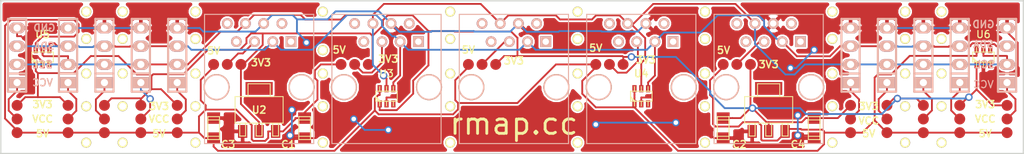
<source format=kicad_pcb>
(kicad_pcb (version 4) (host pcbnew 0.201601131446+6458~42~ubuntu14.04.1-product)
  (title_block (title "Stima - I2C Hub module") (date 2015-07-27) (company http://rmap.cc/) (comment 2 "Released under MIT License(MIT)") (comment 3 "Author: Daniele Castellari dcast78@gmail.com") (comment 4 "This module is part of rmap project"))
  (layers (0 F.Cu signal) (31 B.Cu signal) (34 B.Paste user hide) (35 F.Paste user hide) (36 B.SilkS user) (37 F.SilkS user) (38 B.Mask user hide) (39 F.Mask user hide) (44 Edge.Cuts user))
  (net 0 "")
  (net 1 GND)
  (net 2 "Net-(P2-Pad1)")
  (net 3 "Net-(P10-Pad1)")
  (net 4 "Net-(P12-Pad1)")
  (net 5 "Net-(P16-Pad1)")
  (net 6 "Net-(P20-Pad1)")
  (net 7 "Net-(P43-Pad1)")
  (net 8 "Net-(P47-Pad1)")
  (net 9 "Net-(P51-Pad1)")
  (net 10 "Net-(P56-Pad1)")
  (net 11 "Net-(P61-Pad1)")
  (net 12 "Net-(J5-Pad5)")
  (net 13 /+5V)
  (net 14 /+3.3V)
  (net 15 /SCL)
  (net 16 /SDA)
  (net 17 "Net-(J1-Pad5)")
  (net 18 "Net-(J2-Pad5)")
  (net 19 "Net-(J3-Pad5)")
  (net 20 "Net-(J4-Pad5)")
  (net 21 "Net-(J1-Pad1)")
  (net 22 "Net-(J1-Pad2)")
  (net 23 "Net-(J1-Pad7)")
  (net 24 "Net-(J1-Pad8)")
  (net 25 "Net-(J2-Pad1)")
  (net 26 "Net-(J2-Pad2)")
  (net 27 "Net-(J2-Pad7)")
  (net 28 "Net-(J2-Pad8)")
  (net 29 "Net-(J3-Pad1)")
  (net 30 "Net-(J3-Pad2)")
  (net 31 "Net-(J3-Pad7)")
  (net 32 "Net-(J3-Pad8)")
  (net 33 "Net-(J4-Pad1)")
  (net 34 "Net-(J4-Pad2)")
  (net 35 "Net-(J4-Pad7)")
  (net 36 "Net-(J4-Pad8)")
  (net 37 "Net-(J5-Pad1)")
  (net 38 "Net-(J5-Pad2)")
  (net 39 "Net-(J5-Pad7)")
  (net 40 "Net-(J5-Pad8)")
  (net 41 "Net-(U3-Pad3)")
  (net 42 "Net-(U4-Pad3)")
  (net 43 "Net-(U5-Pad3)")
  (net 44 "Net-(U6-Pad3)")
  (module i2c_hub:1pin (layer F.Cu) (at 44.45 112.522)
    (fp_text reference REF**11115 hide)
    (fp_text value 1pin hide)
    (pad 1 thru_hole circle (at 0 0) (size 1.4 1.4) (drill 1) (layers *.Cu *.Mask F.SilkS))
  )
  (module i2c_hub:1pin (layer F.Cu) (at 44.45 108.458)
    (fp_text reference REF**11114 hide)
    (fp_text value 1pin hide)
    (pad 1 thru_hole circle (at 0 -1.016) (size 1.4 1.4) (drill 1) (layers *.Cu *.Mask F.SilkS))
  )
  (module i2c_hub:1pin (layer F.Cu) (at 44.45 104.615)
    (fp_text reference REF**11113 hide)
    (fp_text value 1pin hide)
    (pad 1 thru_hole circle (at 0 -1.745) (size 1.4 1.4) (drill 1) (layers *.Cu *.Mask F.SilkS))
  )
  (module i2c_hub:1pin (layer F.Cu) (at 44.45 99.615)
    (fp_text reference REF**11112 hide)
    (fp_text value 1pin hide)
    (pad 1 thru_hole circle (at 0 -1.571) (size 1.4 1.4) (drill 1) (layers *.Cu *.Mask F.SilkS))
  )
  (module i2c_hub:1pin (layer F.Cu) (at 44.45 94.615)
    (fp_text reference REF**11111 hide)
    (fp_text value 1pin hide)
    (pad 1 thru_hole circle (at 0 -0.381) (size 1.4 1.4) (drill 1) (layers *.Cu *.Mask F.SilkS))
  )
  (module i2c_hub:1pin (layer F.Cu) (at 163.83 112.522)
    (fp_text reference REF**11116115 hide)
    (fp_text value 1pin hide)
    (pad 1 thru_hole circle (at 0 0) (size 1.4 1.4) (drill 1) (layers *.Cu *.Mask F.SilkS))
  )
  (module i2c_hub:1pin (layer F.Cu) (at 163.83 108.712)
    (fp_text reference REF**11116114 hide)
    (fp_text value 1pin hide)
    (pad 1 thru_hole circle (at 0 -1.27) (size 1.4 1.4) (drill 1) (layers *.Cu *.Mask F.SilkS))
  )
  (module i2c_hub:1pin (layer F.Cu) (at 163.83 104.615)
    (fp_text reference REF**11116113 hide)
    (fp_text value 1pin hide)
    (pad 1 thru_hole circle (at 0 -1.745) (size 1.4 1.4) (drill 1) (layers *.Cu *.Mask F.SilkS))
  )
  (module i2c_hub:1pin (layer F.Cu) (at 163.83 99.615)
    (fp_text reference REF**11116112 hide)
    (fp_text value 1pin hide)
    (pad 1 thru_hole circle (at 0 -1.571) (size 1.4 1.4) (drill 1) (layers *.Cu *.Mask F.SilkS))
  )
  (module i2c_hub:1pin (layer F.Cu) (at 163.83 94.615)
    (fp_text reference REF**11116111 hide)
    (fp_text value 1pin hide)
    (pad 1 thru_hole circle (at 0 -0.381) (size 1.4 1.4) (drill 1) (layers *.Cu *.Mask F.SilkS))
  )
  (module i2c_hub:1pin (layer F.Cu) (at 158.75 112.522)
    (fp_text reference REF**1111615 hide)
    (fp_text value 1pin hide)
    (pad 1 thru_hole circle (at 0 0) (size 1.4 1.4) (drill 1) (layers *.Cu *.Mask F.SilkS))
  )
  (module i2c_hub:1pin (layer F.Cu) (at 158.75 108.712)
    (fp_text reference REF**1111614 hide)
    (fp_text value 1pin hide)
    (pad 1 thru_hole circle (at 0 -1.27) (size 1.4 1.4) (drill 1) (layers *.Cu *.Mask F.SilkS))
  )
  (module i2c_hub:1pin (layer F.Cu) (at 158.75 104.615)
    (fp_text reference REF**1111613 hide)
    (fp_text value 1pin hide)
    (pad 1 thru_hole circle (at 0 -1.745) (size 1.4 1.4) (drill 1) (layers *.Cu *.Mask F.SilkS))
  )
  (module i2c_hub:1pin (layer F.Cu) (at 158.75 98.044)
    (fp_text reference REF**1111612 hide)
    (fp_text value 1pin hide)
    (pad 1 thru_hole circle (at 0 0) (size 1.4 1.4) (drill 1) (layers *.Cu *.Mask F.SilkS))
  )
  (module i2c_hub:1pin (layer F.Cu) (at 158.75 94.234)
    (fp_text reference REF**1111611 hide)
    (fp_text value 1pin hide)
    (pad 1 thru_hole circle (at 0 0) (size 1.4 1.4) (drill 1) (layers *.Cu *.Mask F.SilkS))
  )
  (module i2c_hub:1pin (layer F.Cu) (at 148.59 112.268)
    (fp_text reference REF**111165 hide)
    (fp_text value 1pin hide)
    (pad 1 thru_hole circle (at 0 0.254) (size 1.4 1.4) (drill 1) (layers *.Cu *.Mask F.SilkS))
  )
  (module i2c_hub:1pin (layer F.Cu) (at 130.81 112.268)
    (fp_text reference REF**111155 hide)
    (fp_text value 1pin hide)
    (pad 1 thru_hole circle (at 0 0.254) (size 1.4 1.4) (drill 1) (layers *.Cu *.Mask F.SilkS))
  )
  (module i2c_hub:1pin (layer F.Cu) (at 113.03 112.268)
    (fp_text reference REF**111145 hide)
    (fp_text value 1pin hide)
    (pad 1 thru_hole circle (at 0 0.254) (size 1.4 1.4) (drill 1) (layers *.Cu *.Mask F.SilkS))
  )
  (module i2c_hub:1pin (layer F.Cu) (at 95.25 112.268)
    (fp_text reference REF**111135 hide)
    (fp_text value 1pin hide)
    (pad 1 thru_hole circle (at 0 0.254) (size 1.4 1.4) (drill 1) (layers *.Cu *.Mask F.SilkS))
  )
  (module i2c_hub:1pin (layer F.Cu) (at 77.47 112.522)
    (fp_text reference REF**111125 hide)
    (fp_text value 1pin hide)
    (pad 1 thru_hole circle (at 0 0) (size 1.4 1.4) (drill 1) (layers *.Cu *.Mask F.SilkS))
  )
  (module i2c_hub:1pin (layer F.Cu) (at 59.69 112.522)
    (fp_text reference REF**111115 hide)
    (fp_text value 1pin hide)
    (pad 1 thru_hole circle (at 0 0) (size 1.4 1.4) (drill 1) (layers *.Cu *.Mask F.SilkS))
  )
  (module i2c_hub:1pin (layer F.Cu) (at 148.59 107.442)
    (fp_text reference REF**111164 hide)
    (fp_text value 1pin hide)
    (pad 1 thru_hole circle (at 0 0) (size 1.4 1.4) (drill 1) (layers *.Cu *.Mask F.SilkS))
  )
  (module i2c_hub:1pin (layer F.Cu) (at 130.81 108.712)
    (fp_text reference REF**111154 hide)
    (fp_text value 1pin hide)
    (pad 1 thru_hole circle (at 0 -1.27) (size 1.4 1.4) (drill 1) (layers *.Cu *.Mask F.SilkS))
  )
  (module i2c_hub:1pin (layer F.Cu) (at 113.03 108.458)
    (fp_text reference REF**111144 hide)
    (fp_text value 1pin hide)
    (pad 1 thru_hole circle (at 0 -1.016) (size 1.4 1.4) (drill 1) (layers *.Cu *.Mask F.SilkS))
  )
  (module i2c_hub:1pin (layer F.Cu) (at 95.25 108.458)
    (fp_text reference REF**111134 hide)
    (fp_text value 1pin hide)
    (pad 1 thru_hole circle (at 0 -1.016) (size 1.4 1.4) (drill 1) (layers *.Cu *.Mask F.SilkS))
  )
  (module i2c_hub:1pin (layer F.Cu) (at 77.47 108.458)
    (fp_text reference REF**111124 hide)
    (fp_text value 1pin hide)
    (pad 1 thru_hole circle (at 0 -1.016) (size 1.4 1.4) (drill 1) (layers *.Cu *.Mask F.SilkS))
  )
  (module i2c_hub:1pin (layer F.Cu) (at 59.69 108.458)
    (fp_text reference REF**111114 hide)
    (fp_text value 1pin hide)
    (pad 1 thru_hole circle (at 0 -1.016) (size 1.4 1.4) (drill 1) (layers *.Cu *.Mask F.SilkS))
  )
  (module i2c_hub:1pin (layer F.Cu) (at 148.59 102.87)
    (fp_text reference REF**111163 hide)
    (fp_text value 1pin hide)
    (pad 1 thru_hole circle (at 0 0) (size 1.4 1.4) (drill 1) (layers *.Cu *.Mask F.SilkS))
  )
  (module i2c_hub:1pin (layer F.Cu) (at 130.81 104.615)
    (fp_text reference REF**111153 hide)
    (fp_text value 1pin hide)
    (pad 1 thru_hole circle (at 0 -1.745) (size 1.4 1.4) (drill 1) (layers *.Cu *.Mask F.SilkS))
  )
  (module i2c_hub:1pin (layer F.Cu) (at 113.03 104.615)
    (fp_text reference REF**111143 hide)
    (fp_text value 1pin hide)
    (pad 1 thru_hole circle (at 0 -1.745) (size 1.4 1.4) (drill 1) (layers *.Cu *.Mask F.SilkS))
  )
  (module i2c_hub:1pin (layer F.Cu) (at 95.25 104.615)
    (fp_text reference REF**111133 hide)
    (fp_text value 1pin hide)
    (pad 1 thru_hole circle (at 0 -1.745) (size 1.4 1.4) (drill 1) (layers *.Cu *.Mask F.SilkS))
  )
  (module i2c_hub:1pin (layer F.Cu) (at 77.47 104.615)
    (fp_text reference REF**111123 hide)
    (fp_text value 1pin hide)
    (pad 1 thru_hole circle (at 0 -1.745) (size 1.4 1.4) (drill 1) (layers *.Cu *.Mask F.SilkS))
  )
  (module i2c_hub:1pin (layer F.Cu) (at 59.69 104.615)
    (fp_text reference REF**111113 hide)
    (fp_text value 1pin hide)
    (pad 1 thru_hole circle (at 0 -1.745) (size 1.4 1.4) (drill 1) (layers *.Cu *.Mask F.SilkS))
  )
  (module i2c_hub:1pin (layer F.Cu) (at 148.59 98.044)
    (fp_text reference REF**111162 hide)
    (fp_text value 1pin hide)
    (pad 1 thru_hole circle (at 0 0) (size 1.4 1.4) (drill 1) (layers *.Cu *.Mask F.SilkS))
  )
  (module i2c_hub:1pin (layer F.Cu) (at 130.81 99.615)
    (fp_text reference REF**111152 hide)
    (fp_text value 1pin hide)
    (pad 1 thru_hole circle (at 0 -1.571) (size 1.4 1.4) (drill 1) (layers *.Cu *.Mask F.SilkS))
  )
  (module i2c_hub:1pin (layer F.Cu) (at 113.03 99.615)
    (fp_text reference REF**111142 hide)
    (fp_text value 1pin hide)
    (pad 1 thru_hole circle (at 0 -1.571) (size 1.4 1.4) (drill 1) (layers *.Cu *.Mask F.SilkS))
  )
  (module i2c_hub:1pin (layer F.Cu) (at 95.25 99.615)
    (fp_text reference REF**111132 hide)
    (fp_text value 1pin hide)
    (pad 1 thru_hole circle (at 0 -1.571) (size 1.4 1.4) (drill 1) (layers *.Cu *.Mask F.SilkS))
  )
  (module i2c_hub:1pin (layer F.Cu) (at 77.47 99.615)
    (fp_text reference REF**111122 hide)
    (fp_text value 1pin hide)
    (pad 1 thru_hole circle (at 0 0) (size 1.4 1.4) (drill 1) (layers *.Cu *.Mask F.SilkS))
  )
  (module i2c_hub:1pin (layer F.Cu) (at 59.69 99.615)
    (fp_text reference REF**111112 hide)
    (fp_text value 1pin hide)
    (pad 1 thru_hole circle (at 0 -1.571) (size 1.4 1.4) (drill 1) (layers *.Cu *.Mask F.SilkS))
  )
  (module i2c_hub:1pin (layer F.Cu) (at 148.59 94.234)
    (fp_text reference REF**111161 hide)
    (fp_text value 1pin hide)
    (pad 1 thru_hole circle (at 0 0) (size 1.4 1.4) (drill 1) (layers *.Cu *.Mask F.SilkS))
  )
  (module i2c_hub:1pin (layer F.Cu) (at 130.81 94.615)
    (fp_text reference REF**111151 hide)
    (fp_text value 1pin hide)
    (pad 1 thru_hole circle (at 0 -0.381) (size 1.4 1.4) (drill 1) (layers *.Cu *.Mask F.SilkS))
  )
  (module i2c_hub:1pin (layer F.Cu) (at 113.03 94.615)
    (fp_text reference REF**111141 hide)
    (fp_text value 1pin hide)
    (pad 1 thru_hole circle (at 0 -0.381) (size 1.4 1.4) (drill 1) (layers *.Cu *.Mask F.SilkS))
  )
  (module i2c_hub:1pin (layer F.Cu) (at 95.25 94.615)
    (fp_text reference REF**111131 hide)
    (fp_text value 1pin hide)
    (pad 1 thru_hole circle (at 0 -0.381) (size 1.4 1.4) (drill 1) (layers *.Cu *.Mask F.SilkS))
  )
  (module i2c_hub:1pin (layer F.Cu) (at 77.47 94.615)
    (fp_text reference REF**111121 hide)
    (fp_text value 1pin hide)
    (pad 1 thru_hole circle (at 0 -0.381) (size 1.4 1.4) (drill 1) (layers *.Cu *.Mask F.SilkS))
  )
  (module i2c_hub:1pin (layer F.Cu) (at 59.69 94.615)
    (fp_text reference REF**111111 hide)
    (fp_text value 1pin hide)
    (pad 1 thru_hole circle (at 0 -0.381) (size 1.4 1.4) (drill 1) (layers *.Cu *.Mask F.SilkS))
  )
  (module i2c_hub:1pin (layer F.Cu) (at 49.53 112.522)
    (fp_text reference REF**1115 hide)
    (fp_text value 1pin hide)
    (pad 1 thru_hole circle (at 0 0) (size 1.4 1.4) (drill 1) (layers *.Cu *.Mask F.SilkS))
  )
  (module i2c_hub:1pin (layer F.Cu) (at 49.53 108.458)
    (fp_text reference REF**1114 hide)
    (fp_text value 1pin hide)
    (pad 1 thru_hole circle (at 0 -1.016) (size 1.4 1.4) (drill 1) (layers *.Cu *.Mask F.SilkS))
  )
  (module i2c_hub:1pin (layer F.Cu) (at 49.53 104.615)
    (fp_text reference REF**1113 hide)
    (fp_text value 1pin hide)
    (pad 1 thru_hole circle (at 0 -1.745) (size 1.4 1.4) (drill 1) (layers *.Cu *.Mask F.SilkS))
  )
  (module i2c_hub:1pin (layer F.Cu) (at 49.53 99.615)
    (fp_text reference REF**1112 hide)
    (fp_text value 1pin hide)
    (pad 1 thru_hole circle (at 0 -1.571) (size 1.4 1.4) (drill 1) (layers *.Cu *.Mask F.SilkS))
  )
  (module Connect:RJ45_8 (layer B.Cu) (at 86.36 104.775 180)
    (fp_text reference J2 hide)
    (fp_text value RJ45 hide)
    (pad Hole np_thru_hole circle (at 5.93852 0 180) (size 3.64998 3.64998) (drill 3.2512) (layers *.Cu *.SilkS *.Mask))
    (pad Hole np_thru_hole circle (at -5.9309 0 180) (size 3.64998 3.64998) (drill 3.2512) (layers *.Cu *.SilkS *.Mask))
    (pad 1 thru_hole rect (at -4.445 6.35 180) (size 1.50114 1.50114) (drill 0.89916) (layers *.Cu *.Mask B.SilkS) (net 25 "Net-(J2-Pad1)"))
    (pad 2 thru_hole circle (at -3.175 8.89 180) (size 1.50114 1.50114) (drill 0.89916) (layers *.Cu *.Mask B.SilkS) (net 26 "Net-(J2-Pad2)"))
    (pad 3 thru_hole circle (at -1.905 6.35 180) (size 1.50114 1.50114) (drill 0.89916) (layers *.Cu *.Mask B.SilkS) (net 16 /SDA))
    (pad 4 thru_hole circle (at -0.635 8.89 180) (size 1.50114 1.50114) (drill 0.89916) (layers *.Cu *.Mask B.SilkS) (net 1 GND))
    (pad 5 thru_hole circle (at 0.635 6.35 180) (size 1.50114 1.50114) (drill 0.89916) (layers *.Cu *.Mask B.SilkS) (net 18 "Net-(J2-Pad5)"))
    (pad 6 thru_hole circle (at 1.905 8.89 180) (size 1.50114 1.50114) (drill 0.89916) (layers *.Cu *.Mask B.SilkS) (net 15 /SCL))
    (pad 7 thru_hole circle (at 3.175 6.35 180) (size 1.50114 1.50114) (drill 0.89916) (layers *.Cu *.Mask B.SilkS) (net 27 "Net-(J2-Pad7)"))
    (pad 8 thru_hole circle (at 4.445 8.89 180) (size 1.50114 1.50114) (drill 0.89916) (layers *.Cu *.Mask B.SilkS) (net 28 "Net-(J2-Pad8)"))
  )
  (module Measurement_Points:Measurement_Point_Round-SMD-Pad_Small (layer F.Cu) (at 151.13 111.125)
    (fp_text reference P1 hide)
    (fp_text value 5V hide)
    (pad 1 smd circle (at 0 0) (size 1.524 1.524) (layers F.Cu F.Paste F.Mask) (net 13 /+5V))
  )
  (module Measurement_Points:Measurement_Point_Round-SMD-Pad_Small (layer F.Cu) (at 151.13 109.22)
    (fp_text reference P2 hide)
    (fp_text value SEL hide)
    (pad 1 smd circle (at 0 0) (size 1.524 1.524) (layers F.Cu F.Paste F.Mask) (net 2 "Net-(P2-Pad1)"))
  )
  (module Measurement_Points:Measurement_Point_Round-SMD-Pad_Small (layer F.Cu) (at 156.21 107.315)
    (fp_text reference P3 hide)
    (fp_text value 3V3 hide)
    (pad 1 smd circle (at 0 0) (size 1.524 1.524) (layers F.Cu F.Paste F.Mask) (net 14 /+3.3V))
  )
  (module Measurement_Points:Measurement_Point_Round-SMD-Pad_Small (layer F.Cu) (at 133.35 101.6)
    (fp_text reference P6 hide)
    (fp_text value 5V hide)
    (pad 1 smd circle (at 0 0) (size 1.524 1.524) (layers F.Cu F.Paste F.Mask) (net 13 /+5V))
  )
  (module Measurement_Points:Measurement_Point_Round-SMD-Pad_Small (layer F.Cu) (at 156.21 109.22)
    (fp_text reference P7 hide)
    (fp_text value SEL hide)
    (pad 1 smd circle (at 0 0) (size 1.524 1.524) (layers F.Cu F.Paste F.Mask) (net 3 "Net-(P10-Pad1)"))
  )
  (module Measurement_Points:Measurement_Point_Round-SMD-Pad_Small (layer F.Cu) (at 161.29 107.315)
    (fp_text reference P8 hide)
    (fp_text value 3V3 hide)
    (pad 1 smd circle (at 0 0) (size 1.524 1.524) (layers F.Cu F.Paste F.Mask) (net 14 /+3.3V))
  )
  (module Measurement_Points:Measurement_Point_Round-SMD-Pad_Small (layer F.Cu) (at 115.57 101.6)
    (fp_text reference P11 hide)
    (fp_text value 5V hide)
    (pad 1 smd circle (at 0 0) (size 1.524 1.524) (layers F.Cu F.Paste F.Mask) (net 13 /+5V))
  )
  (module Measurement_Points:Measurement_Point_Round-SMD-Pad_Small (layer F.Cu) (at 161.29 109.22)
    (fp_text reference P12 hide)
    (fp_text value SEL hide)
    (pad 1 smd circle (at 0 0) (size 1.524 1.524) (layers F.Cu F.Paste F.Mask) (net 4 "Net-(P12-Pad1)"))
  )
  (module Measurement_Points:Measurement_Point_Round-SMD-Pad_Small (layer F.Cu) (at 166.37 107.315)
    (fp_text reference P13 hide)
    (fp_text value 3V3 hide)
    (pad 1 smd circle (at 0 0) (size 1.524 1.524) (layers F.Cu F.Paste F.Mask) (net 14 /+3.3V))
  )
  (module Measurement_Points:Measurement_Point_Round-SMD-Pad_Small (layer F.Cu) (at 97.79 101.6)
    (fp_text reference P15 hide)
    (fp_text value 5V hide)
    (pad 1 smd circle (at 0 0) (size 1.524 1.524) (layers F.Cu F.Paste F.Mask) (net 13 /+5V))
  )
  (module Measurement_Points:Measurement_Point_Round-SMD-Pad_Small (layer F.Cu) (at 166.37 109.22)
    (fp_text reference P16 hide)
    (fp_text value SEL hide)
    (pad 1 smd circle (at 0 0) (size 1.524 1.524) (layers F.Cu F.Paste F.Mask) (net 5 "Net-(P16-Pad1)"))
  )
  (module Measurement_Points:Measurement_Point_Round-SMD-Pad_Small (layer F.Cu) (at 172.974 107.315)
    (fp_text reference P17 hide)
    (fp_text value 3V3 hide)
    (pad 1 smd circle (at 0 0) (size 1.524 1.524) (layers F.Cu F.Paste F.Mask) (net 14 /+3.3V))
  )
  (module Measurement_Points:Measurement_Point_Round-SMD-Pad_Small (layer F.Cu) (at 80.01 101.6)
    (fp_text reference P19 hide)
    (fp_text value 5V hide)
    (pad 1 smd circle (at 0 0) (size 1.524 1.524) (layers F.Cu F.Paste F.Mask) (net 13 /+5V))
  )
  (module Measurement_Points:Measurement_Point_Round-SMD-Pad_Small (layer F.Cu) (at 172.974 109.22)
    (fp_text reference P20 hide)
    (fp_text value SEL hide)
    (pad 1 smd circle (at 0 0) (size 1.524 1.524) (layers F.Cu F.Paste F.Mask) (net 6 "Net-(P20-Pad1)"))
  )
  (module Measurement_Points:Measurement_Point_Round-SMD-Pad_Small (layer F.Cu) (at 52.07 107.315)
    (fp_text reference P21 hide)
    (fp_text value 3V3 hide)
    (pad 1 smd circle (at 0 0) (size 1.524 1.524) (layers F.Cu F.Paste F.Mask) (net 14 /+3.3V))
  )
  (module Measurement_Points:Measurement_Point_Round-SMD-Pad_Small (layer F.Cu) (at 62.23 101.6)
    (fp_text reference P24 hide)
    (fp_text value 5V hide)
    (pad 1 smd circle (at 0 0) (size 1.524 1.524) (layers F.Cu F.Paste F.Mask) (net 13 /+5V))
  )
  (module Measurement_Points:Measurement_Point_Round-SMD-Pad_Small (layer F.Cu) (at 64.135 101.6)
    (fp_text reference P25 hide)
    (fp_text value SEL hide)
    (pad 1 smd circle (at 0 0) (size 1.524 1.524) (layers F.Cu F.Paste F.Mask) (net 17 "Net-(J1-Pad5)"))
  )
  (module Measurement_Points:Measurement_Point_Round-SMD-Pad_Small (layer F.Cu) (at 137.16 101.6)
    (fp_text reference P27 hide)
    (fp_text value 3V3 hide)
    (pad 1 smd circle (at 0 0) (size 1.524 1.524) (layers F.Cu F.Paste F.Mask) (net 14 /+3.3V))
  )
  (module Measurement_Points:Measurement_Point_Round-SMD-Pad_Small (layer F.Cu) (at 172.974 111.125)
    (fp_text reference P28 hide)
    (fp_text value 5V hide)
    (pad 1 smd circle (at 0 0) (size 1.524 1.524) (layers F.Cu F.Paste F.Mask) (net 13 /+5V))
  )
  (module Measurement_Points:Measurement_Point_Round-SMD-Pad_Small (layer F.Cu) (at 81.915 101.6)
    (fp_text reference P29 hide)
    (fp_text value SEL hide)
    (pad 1 smd circle (at 0 0) (size 1.524 1.524) (layers F.Cu F.Paste F.Mask) (net 18 "Net-(J2-Pad5)"))
  )
  (module Measurement_Points:Measurement_Point_Round-SMD-Pad_Small (layer F.Cu) (at 119.38 101.6)
    (fp_text reference P30 hide)
    (fp_text value 3V3 hide)
    (pad 1 smd circle (at 0 0) (size 1.524 1.524) (layers F.Cu F.Paste F.Mask) (net 14 /+3.3V))
  )
  (module Measurement_Points:Measurement_Point_Round-SMD-Pad_Small (layer F.Cu) (at 166.37 111.125)
    (fp_text reference P31 hide)
    (fp_text value 5V hide)
    (pad 1 smd circle (at 0 0) (size 1.524 1.524) (layers F.Cu F.Paste F.Mask) (net 13 /+5V))
  )
  (module Measurement_Points:Measurement_Point_Round-SMD-Pad_Small (layer F.Cu) (at 99.695 101.6)
    (fp_text reference P32 hide)
    (fp_text value SEL hide)
    (pad 1 smd circle (at 0 0) (size 1.524 1.524) (layers F.Cu F.Paste F.Mask) (net 19 "Net-(J3-Pad5)"))
  )
  (module Measurement_Points:Measurement_Point_Round-SMD-Pad_Small (layer F.Cu) (at 83.82 101.6)
    (fp_text reference P33 hide)
    (fp_text value 3V3 hide)
    (pad 1 smd circle (at 0 0) (size 1.524 1.524) (layers F.Cu F.Paste F.Mask) (net 14 /+3.3V))
  )
  (module Measurement_Points:Measurement_Point_Round-SMD-Pad_Small (layer F.Cu) (at 156.21 111.125)
    (fp_text reference P34 hide)
    (fp_text value 5V hide)
    (pad 1 smd circle (at 0 0) (size 1.524 1.524) (layers F.Cu F.Paste F.Mask) (net 13 /+5V))
  )
  (module Measurement_Points:Measurement_Point_Round-SMD-Pad_Small (layer F.Cu) (at 117.475 101.6)
    (fp_text reference P35 hide)
    (fp_text value SEL hide)
    (pad 1 smd circle (at 0 0) (size 1.524 1.524) (layers F.Cu F.Paste F.Mask) (net 20 "Net-(J4-Pad5)"))
  )
  (module Measurement_Points:Measurement_Point_Round-SMD-Pad_Small (layer F.Cu) (at 57.15 107.315)
    (fp_text reference P36 hide)
    (fp_text value 3V3 hide)
    (pad 1 smd circle (at 0 0) (size 1.524 1.524) (layers F.Cu F.Paste F.Mask) (net 14 /+3.3V))
  )
  (module Measurement_Points:Measurement_Point_Round-SMD-Pad_Small (layer F.Cu) (at 161.29 111.125)
    (fp_text reference P37 hide)
    (fp_text value 5V hide)
    (pad 1 smd circle (at 0 0) (size 1.524 1.524) (layers F.Cu F.Paste F.Mask) (net 13 /+5V))
  )
  (module Measurement_Points:Measurement_Point_Round-SMD-Pad_Small (layer F.Cu) (at 135.255 101.6)
    (fp_text reference P38 hide)
    (fp_text value SEL hide)
    (pad 1 smd circle (at 0 0) (size 1.524 1.524) (layers F.Cu F.Paste F.Mask) (net 12 "Net-(J5-Pad5)"))
  )
  (module Measurement_Points:Measurement_Point_Round-SMD-Pad_Small (layer F.Cu) (at 101.6 101.6)
    (fp_text reference P39 hide)
    (fp_text value 3V3 hide)
    (pad 1 smd circle (at 0 0) (size 1.524 1.524) (layers F.Cu F.Paste F.Mask) (net 14 /+3.3V))
  )
  (module Measurement_Points:Measurement_Point_Round-SMD-Pad_Small (layer F.Cu) (at 52.07 111.125)
    (fp_text reference P42 hide)
    (fp_text value 5V hide)
    (pad 1 smd circle (at 0 0) (size 1.524 1.524) (layers F.Cu F.Paste F.Mask) (net 13 /+5V))
  )
  (module Measurement_Points:Measurement_Point_Round-SMD-Pad_Small (layer F.Cu) (at 57.15 109.22)
    (fp_text reference P43 hide)
    (fp_text value SEL hide)
    (pad 1 smd circle (at 0 0) (size 1.524 1.524) (layers F.Cu F.Paste F.Mask) (net 7 "Net-(P43-Pad1)"))
  )
  (module Measurement_Points:Measurement_Point_Round-SMD-Pad_Small (layer F.Cu) (at 66.04 101.6)
    (fp_text reference P44 hide)
    (fp_text value 3V3 hide)
    (pad 1 smd circle (at 0 0) (size 1.524 1.524) (layers F.Cu F.Paste F.Mask) (net 14 /+3.3V))
  )
  (module Measurement_Points:Measurement_Point_Round-SMD-Pad_Small (layer F.Cu) (at 41.91 111.125)
    (fp_text reference P46 hide)
    (fp_text value 5V hide)
    (pad 1 smd circle (at 0 0) (size 1.524 1.524) (layers F.Cu F.Paste F.Mask) (net 13 /+5V))
  )
  (module Measurement_Points:Measurement_Point_Round-SMD-Pad_Small (layer F.Cu) (at 52.07 109.22)
    (fp_text reference P47 hide)
    (fp_text value SEL hide)
    (pad 1 smd circle (at 0 0) (size 1.524 1.524) (layers F.Cu F.Paste F.Mask) (net 8 "Net-(P47-Pad1)"))
  )
  (module Measurement_Points:Measurement_Point_Round-SMD-Pad_Small (layer F.Cu) (at 151.13 107.315)
    (fp_text reference P48 hide)
    (fp_text value 3V3 hide)
    (pad 1 smd circle (at 0 0) (size 1.524 1.524) (layers F.Cu F.Paste F.Mask) (net 14 /+3.3V))
  )
  (module Measurement_Points:Measurement_Point_Round-SMD-Pad_Small (layer F.Cu) (at 57.15 111.125)
    (fp_text reference P50 hide)
    (fp_text value 5V hide)
    (pad 1 smd circle (at 0 0) (size 1.524 1.524) (layers F.Cu F.Paste F.Mask) (net 13 /+5V))
  )
  (module Measurement_Points:Measurement_Point_Round-SMD-Pad_Small (layer F.Cu) (at 46.99 109.22)
    (fp_text reference P51 hide)
    (fp_text value SEL hide)
    (pad 1 smd circle (at 0 0) (size 1.524 1.524) (layers F.Cu F.Paste F.Mask) (net 9 "Net-(P51-Pad1)"))
  )
  (module Measurement_Points:Measurement_Point_Round-SMD-Pad_Small (layer F.Cu) (at 46.99 107.315)
    (fp_text reference P52 hide)
    (fp_text value 3V3 hide)
    (pad 1 smd circle (at 0 0) (size 1.524 1.524) (layers F.Cu F.Paste F.Mask) (net 14 /+3.3V))
  )
  (module Measurement_Points:Measurement_Point_Round-SMD-Pad_Small (layer F.Cu) (at 46.99 111.125)
    (fp_text reference P55 hide)
    (fp_text value 5V hide)
    (pad 1 smd circle (at 0 0) (size 1.524 1.524) (layers F.Cu F.Paste F.Mask) (net 13 /+5V))
  )
  (module Measurement_Points:Measurement_Point_Round-SMD-Pad_Small (layer F.Cu) (at 41.91 109.22)
    (fp_text reference P56 hide)
    (fp_text value SEL hide)
    (pad 1 smd circle (at 0 0) (size 1.524 1.524) (layers F.Cu F.Paste F.Mask) (net 10 "Net-(P56-Pad1)"))
  )
  (module Measurement_Points:Measurement_Point_Round-SMD-Pad_Small (layer F.Cu) (at 41.91 107.315)
    (fp_text reference P57 hide)
    (fp_text value 3V3 hide)
    (pad 1 smd circle (at 0 0) (size 1.524 1.524) (layers F.Cu F.Paste F.Mask) (net 14 /+3.3V))
  )
  (module Measurement_Points:Measurement_Point_Round-SMD-Pad_Small (layer F.Cu) (at 34.798 111.125)
    (fp_text reference P60 hide)
    (fp_text value 5V hide)
    (pad 1 smd circle (at 0 0) (size 1.524 1.524) (layers F.Cu F.Paste F.Mask) (net 13 /+5V))
  )
  (module Measurement_Points:Measurement_Point_Round-SMD-Pad_Small (layer F.Cu) (at 34.798 109.22)
    (fp_text reference P61 hide)
    (fp_text value SEL hide)
    (pad 1 smd circle (at 0 0) (size 1.524 1.524) (layers F.Cu F.Paste F.Mask) (net 11 "Net-(P61-Pad1)"))
  )
  (module Measurement_Points:Measurement_Point_Round-SMD-Pad_Small (layer F.Cu) (at 34.798 107.315)
    (fp_text reference P62 hide)
    (fp_text value 3V3 hide)
    (pad 1 smd circle (at 0 0) (size 1.524 1.524) (layers F.Cu F.Paste F.Mask) (net 14 /+3.3V))
  )
  (module w_smd_cap:c_1206 (layer F.Cu) (at 74.93 110.49 90)
    (fp_text reference C1 (at -2.286 -2.286 180) (layer F.SilkS) (effects (font (thickness 0.2))))
    (fp_text value 10uF hide)
    (pad 1 smd rect (at 1.397 0 90) (size 1.6002 1.8034) (layers F.Cu F.Paste F.Mask) (net 13 /+5V))
    (pad 2 smd rect (at -1.397 0 90) (size 1.6002 1.8034) (layers F.Cu F.Paste F.Mask) (net 1 GND))
  )
  (module w_smd_cap:c_1206 (layer F.Cu) (at 133.35 110.49 90)
    (fp_text reference C2 (at -2.286 2.286 180) (layer F.SilkS) (effects (font (thickness 0.2))))
    (fp_text value 10uF hide)
    (pad 1 smd rect (at 1.397 0 90) (size 1.6002 1.8034) (layers F.Cu F.Paste F.Mask) (net 14 /+3.3V))
    (pad 2 smd rect (at -1.397 0 90) (size 1.6002 1.8034) (layers F.Cu F.Paste F.Mask) (net 1 GND))
  )
  (module w_smd_cap:c_1206 (layer F.Cu) (at 62.23 110.49 270)
    (fp_text reference C3 (at 2.286 -2.032 360) (layer F.SilkS) (effects (font (thickness 0.2))))
    (fp_text value 10uF hide)
    (pad 1 smd rect (at 1.397 0 270) (size 1.6002 1.8034) (layers F.Cu F.Paste F.Mask) (net 13 /+5V))
    (pad 2 smd rect (at -1.397 0 270) (size 1.6002 1.8034) (layers F.Cu F.Paste F.Mask) (net 1 GND))
  )
  (module w_smd_cap:c_1206 (layer F.Cu) (at 146.05 110.49 90)
    (fp_text reference C4 (at -2.286 -2.286 180) (layer F.SilkS) (effects (font (thickness 0.2))))
    (fp_text value 10uF hide)
    (pad 1 smd rect (at 1.397 0 90) (size 1.6002 1.8034) (layers F.Cu F.Paste F.Mask) (net 14 /+3.3V))
    (pad 2 smd rect (at -1.397 0 90) (size 1.6002 1.8034) (layers F.Cu F.Paste F.Mask) (net 1 GND))
  )
  (module w_pin_strip:pin_strip_4 (layer B.Cu) (at 151.13 100.33 90)
    (fp_text reference P4 hide)
    (fp_text value CONN_01X04 hide)
    (pad 1 thru_hole rect (at -3.81 0 90) (size 1.524 2.19964) (drill 1.00076) (layers *.Cu *.Mask B.SilkS) (net 2 "Net-(P2-Pad1)"))
    (pad 2 thru_hole oval (at -1.27 0 90) (size 1.524 2.19964) (drill 1.00076) (layers *.Cu *.Mask B.SilkS) (net 15 /SCL))
    (pad 3 thru_hole oval (at 1.27 0 90) (size 1.524 2.19964) (drill 1.00076) (layers *.Cu *.Mask B.SilkS) (net 16 /SDA))
    (pad 4 thru_hole oval (at 3.81 0 90) (size 1.524 2.19964) (drill 1.00076) (layers *.Cu *.Mask B.SilkS) (net 1 GND))
  )
  (module w_pin_strip:pin_strip_4 (layer B.Cu) (at 156.21 100.33 90)
    (fp_text reference P10 hide)
    (fp_text value CONN_01X04 hide)
    (pad 1 thru_hole rect (at -3.81 0 90) (size 1.524 2.19964) (drill 1.00076) (layers *.Cu *.Mask B.SilkS) (net 3 "Net-(P10-Pad1)"))
    (pad 2 thru_hole oval (at -1.27 0 90) (size 1.524 2.19964) (drill 1.00076) (layers *.Cu *.Mask B.SilkS) (net 15 /SCL))
    (pad 3 thru_hole oval (at 1.27 0 90) (size 1.524 2.19964) (drill 1.00076) (layers *.Cu *.Mask B.SilkS) (net 16 /SDA))
    (pad 4 thru_hole oval (at 3.81 0 90) (size 1.524 2.19964) (drill 1.00076) (layers *.Cu *.Mask B.SilkS) (net 1 GND))
  )
  (module w_pin_strip:pin_strip_4 (layer B.Cu) (at 161.29 100.33 90)
    (fp_text reference P14 hide)
    (fp_text value CONN_01X04 hide)
    (pad 1 thru_hole rect (at -3.81 0 90) (size 1.524 2.19964) (drill 1.00076) (layers *.Cu *.Mask B.SilkS) (net 4 "Net-(P12-Pad1)"))
    (pad 2 thru_hole oval (at -1.27 0 90) (size 1.524 2.19964) (drill 1.00076) (layers *.Cu *.Mask B.SilkS) (net 15 /SCL))
    (pad 3 thru_hole oval (at 1.27 0 90) (size 1.524 2.19964) (drill 1.00076) (layers *.Cu *.Mask B.SilkS) (net 16 /SDA))
    (pad 4 thru_hole oval (at 3.81 0 90) (size 1.524 2.19964) (drill 1.00076) (layers *.Cu *.Mask B.SilkS) (net 1 GND))
  )
  (module w_pin_strip:pin_strip_4 (layer B.Cu) (at 166.37 100.33 90)
    (fp_text reference P18 hide)
    (fp_text value CONN_01X04 hide)
    (pad 1 thru_hole rect (at -3.81 0 90) (size 1.524 2.19964) (drill 1.00076) (layers *.Cu *.Mask B.SilkS) (net 5 "Net-(P16-Pad1)"))
    (pad 2 thru_hole oval (at -1.27 0 90) (size 1.524 2.19964) (drill 1.00076) (layers *.Cu *.Mask B.SilkS) (net 15 /SCL))
    (pad 3 thru_hole oval (at 1.27 0 90) (size 1.524 2.19964) (drill 1.00076) (layers *.Cu *.Mask B.SilkS) (net 16 /SDA))
    (pad 4 thru_hole oval (at 3.81 0 90) (size 1.524 2.19964) (drill 1.00076) (layers *.Cu *.Mask B.SilkS) (net 1 GND))
  )
  (module w_pin_strip:pin_strip_4 (layer B.Cu) (at 172.974 100.33 90)
    (fp_text reference P23 hide)
    (fp_text value CONN_01X04 hide)
    (pad 1 thru_hole rect (at -3.81 0 90) (size 1.524 2.19964) (drill 1.00076) (layers *.Cu *.Mask B.SilkS) (net 6 "Net-(P20-Pad1)"))
    (pad 2 thru_hole oval (at -1.27 0 90) (size 1.524 2.19964) (drill 1.00076) (layers *.Cu *.Mask B.SilkS) (net 15 /SCL))
    (pad 3 thru_hole oval (at 1.27 0 90) (size 1.524 2.19964) (drill 1.00076) (layers *.Cu *.Mask B.SilkS) (net 16 /SDA))
    (pad 4 thru_hole oval (at 3.81 0 90) (size 1.524 2.19964) (drill 1.00076) (layers *.Cu *.Mask B.SilkS) (net 1 GND))
  )
  (module w_pin_strip:pin_strip_4 (layer B.Cu) (at 57.15 100.33 90)
    (fp_text reference P45 hide)
    (fp_text value CONN_01X04 hide)
    (pad 1 thru_hole rect (at -3.81 0 90) (size 1.524 2.19964) (drill 1.00076) (layers *.Cu *.Mask B.SilkS) (net 7 "Net-(P43-Pad1)"))
    (pad 2 thru_hole oval (at -1.27 0 90) (size 1.524 2.19964) (drill 1.00076) (layers *.Cu *.Mask B.SilkS) (net 15 /SCL))
    (pad 3 thru_hole oval (at 1.27 0 90) (size 1.524 2.19964) (drill 1.00076) (layers *.Cu *.Mask B.SilkS) (net 16 /SDA))
    (pad 4 thru_hole oval (at 3.81 0 90) (size 1.524 2.19964) (drill 1.00076) (layers *.Cu *.Mask B.SilkS) (net 1 GND))
  )
  (module w_pin_strip:pin_strip_4 (layer B.Cu) (at 52.07 100.33 90)
    (fp_text reference P49 hide)
    (fp_text value CONN_01X04 hide)
    (pad 1 thru_hole rect (at -3.81 0 90) (size 1.524 2.19964) (drill 1.00076) (layers *.Cu *.Mask B.SilkS) (net 8 "Net-(P47-Pad1)"))
    (pad 2 thru_hole oval (at -1.27 0 90) (size 1.524 2.19964) (drill 1.00076) (layers *.Cu *.Mask B.SilkS) (net 15 /SCL))
    (pad 3 thru_hole oval (at 1.27 0 90) (size 1.524 2.19964) (drill 1.00076) (layers *.Cu *.Mask B.SilkS) (net 16 /SDA))
    (pad 4 thru_hole oval (at 3.81 0 90) (size 1.524 2.19964) (drill 1.00076) (layers *.Cu *.Mask B.SilkS) (net 1 GND))
  )
  (module w_pin_strip:pin_strip_4 (layer B.Cu) (at 46.99 100.33 90)
    (fp_text reference P53 hide)
    (fp_text value CONN_01X04 hide)
    (pad 1 thru_hole rect (at -3.81 0 90) (size 1.524 2.19964) (drill 1.00076) (layers *.Cu *.Mask B.SilkS) (net 9 "Net-(P51-Pad1)"))
    (pad 2 thru_hole oval (at -1.27 0 90) (size 1.524 2.19964) (drill 1.00076) (layers *.Cu *.Mask B.SilkS) (net 15 /SCL))
    (pad 3 thru_hole oval (at 1.27 0 90) (size 1.524 2.19964) (drill 1.00076) (layers *.Cu *.Mask B.SilkS) (net 16 /SDA))
    (pad 4 thru_hole oval (at 3.81 0 90) (size 1.524 2.19964) (drill 1.00076) (layers *.Cu *.Mask B.SilkS) (net 1 GND))
  )
  (module w_pin_strip:pin_strip_4 (layer B.Cu) (at 41.91 100.33 90)
    (fp_text reference P59 hide)
    (fp_text value CONN_01X04 hide)
    (pad 1 thru_hole rect (at -3.81 0 90) (size 1.524 2.19964) (drill 1.00076) (layers *.Cu *.Mask B.SilkS) (net 10 "Net-(P56-Pad1)"))
    (pad 2 thru_hole oval (at -1.27 0 90) (size 1.524 2.19964) (drill 1.00076) (layers *.Cu *.Mask B.SilkS) (net 15 /SCL))
    (pad 3 thru_hole oval (at 1.27 0 90) (size 1.524 2.19964) (drill 1.00076) (layers *.Cu *.Mask B.SilkS) (net 16 /SDA))
    (pad 4 thru_hole oval (at 3.81 0 90) (size 1.524 2.19964) (drill 1.00076) (layers *.Cu *.Mask B.SilkS) (net 1 GND))
  )
  (module w_pin_strip:pin_strip_4 (layer B.Cu) (at 34.798 100.33 90)
    (fp_text reference P63 hide)
    (fp_text value CONN_01X04 hide)
    (pad 1 thru_hole rect (at -3.81 0 90) (size 1.524 2.19964) (drill 1.00076) (layers *.Cu *.Mask B.SilkS) (net 11 "Net-(P61-Pad1)"))
    (pad 2 thru_hole oval (at -1.27 0 90) (size 1.524 2.19964) (drill 1.00076) (layers *.Cu *.Mask B.SilkS) (net 15 /SCL))
    (pad 3 thru_hole oval (at 1.27 0 90) (size 1.524 2.19964) (drill 1.00076) (layers *.Cu *.Mask B.SilkS) (net 16 /SDA))
    (pad 4 thru_hole oval (at 3.81 0 90) (size 1.524 2.19964) (drill 1.00076) (layers *.Cu *.Mask B.SilkS) (net 1 GND))
  )
  (module w_smd_trans:sot223 (layer F.Cu) (at 139.7 107.95)
    (fp_text reference U1 hide)
    (fp_text value LM317_SOT223 hide)
    (pad 1 smd rect (at -2.30124 2.99974) (size 1.30048 1.80086) (layers F.Cu F.Paste F.Mask) (net 1 GND))
    (pad 2 smd rect (at 0 2.99974) (size 1.30048 1.80086) (layers F.Cu F.Paste F.Mask) (net 14 /+3.3V))
    (pad 3 smd rect (at 2.30124 2.99974) (size 1.30048 1.80086) (layers F.Cu F.Paste F.Mask) (net 13 /+5V))
    (pad 4 smd rect (at 0 -2.99974) (size 3.79984 1.80086) (layers F.Cu F.Paste F.Mask))
  )
  (module w_smd_trans:sot223 (layer F.Cu) (at 68.58 107.95)
    (fp_text reference U2 (at 0 0) (layer F.SilkS) (effects (font (size 1.00076 1.00076) (thickness 0.20066))))
    (fp_text value LM317_SOT223 hide)
    (pad 1 smd rect (at -2.30124 2.99974) (size 1.30048 1.80086) (layers F.Cu F.Paste F.Mask) (net 1 GND))
    (pad 2 smd rect (at 0 2.99974) (size 1.30048 1.80086) (layers F.Cu F.Paste F.Mask) (net 14 /+3.3V))
    (pad 3 smd rect (at 2.30124 2.99974) (size 1.30048 1.80086) (layers F.Cu F.Paste F.Mask) (net 13 /+5V))
    (pad 4 smd rect (at 0 -2.99974) (size 3.79984 1.80086) (layers F.Cu F.Paste F.Mask))
  )
  (module w_smd_trans:sot23-6 (layer F.Cu) (at 86.36 106.045)
    (fp_text reference U3 (at 0 -3.175) (layer F.SilkS) (effects (font (thickness 0.16))))
    (fp_text value ESDA6V1-5SC6 hide)
    (pad 1 smd rect (at -0.9525 1.05664) (size 0.59944 1.00076) (layers F.Cu F.Paste F.Mask) (net 14 /+3.3V))
    (pad 3 smd rect (at 0.9525 1.05664) (size 0.59944 1.00076) (layers F.Cu F.Paste F.Mask) (net 41 "Net-(U3-Pad3)"))
    (pad 2 smd rect (at 0 1.05664) (size 0.59944 1.00076) (layers F.Cu F.Paste F.Mask) (net 1 GND))
    (pad 4 smd rect (at 0.9525 -1.05664) (size 0.59944 1.00076) (layers F.Cu F.Paste F.Mask) (net 16 /SDA))
    (pad 6 smd rect (at -0.9525 -1.05664) (size 0.59944 1.00076) (layers F.Cu F.Paste F.Mask) (net 13 /+5V))
    (pad 5 smd rect (at 0 -1.05664) (size 0.59944 1.00076) (layers F.Cu F.Paste F.Mask) (net 15 /SCL))
  )
  (module w_smd_trans:sot23-6 (layer F.Cu) (at 121.92 106.045)
    (fp_text reference U4 (at 0 -3.175) (layer F.SilkS) (effects (font (thickness 0.2))))
    (fp_text value ESDA6V1-5SC6 hide)
    (pad 1 smd rect (at -0.9525 1.05664) (size 0.59944 1.00076) (layers F.Cu F.Paste F.Mask) (net 13 /+5V))
    (pad 3 smd rect (at 0.9525 1.05664) (size 0.59944 1.00076) (layers F.Cu F.Paste F.Mask) (net 42 "Net-(U4-Pad3)"))
    (pad 2 smd rect (at 0 1.05664) (size 0.59944 1.00076) (layers F.Cu F.Paste F.Mask) (net 1 GND))
    (pad 4 smd rect (at 0.9525 -1.05664) (size 0.59944 1.00076) (layers F.Cu F.Paste F.Mask) (net 16 /SDA))
    (pad 6 smd rect (at -0.9525 -1.05664) (size 0.59944 1.00076) (layers F.Cu F.Paste F.Mask) (net 13 /+5V))
    (pad 5 smd rect (at 0 -1.05664) (size 0.59944 1.00076) (layers F.Cu F.Paste F.Mask) (net 15 /SCL))
  )
  (module w_smd_trans:sot23-6 (layer F.Cu) (at 38.354 100.584)
    (fp_text reference U5 (at 0 -3.175) (layer F.SilkS) (effects (font (thickness 0.2))))
    (fp_text value ESDA6V1-5SC6 hide)
    (pad 1 smd rect (at -0.9525 1.05664) (size 0.59944 1.00076) (layers F.Cu F.Paste F.Mask) (net 14 /+3.3V))
    (pad 3 smd rect (at 0.9525 1.05664) (size 0.59944 1.00076) (layers F.Cu F.Paste F.Mask) (net 43 "Net-(U5-Pad3)"))
    (pad 2 smd rect (at 0 1.05664) (size 0.59944 1.00076) (layers F.Cu F.Paste F.Mask) (net 1 GND))
    (pad 4 smd rect (at 0.9525 -1.05664) (size 0.59944 1.00076) (layers F.Cu F.Paste F.Mask) (net 16 /SDA))
    (pad 6 smd rect (at -0.9525 -1.05664) (size 0.59944 1.00076) (layers F.Cu F.Paste F.Mask) (net 13 /+5V))
    (pad 5 smd rect (at 0 -1.05664) (size 0.59944 1.00076) (layers F.Cu F.Paste F.Mask) (net 15 /SCL))
  )
  (module w_smd_trans:sot23-6 (layer F.Cu) (at 169.672 100.584)
    (fp_text reference U6 (at 0 -3.175) (layer F.SilkS) (effects (font (thickness 0.16))))
    (fp_text value ESDA6V1-5SC6 hide)
    (pad 1 smd rect (at -0.9525 1.05664) (size 0.59944 1.00076) (layers F.Cu F.Paste F.Mask) (net 14 /+3.3V))
    (pad 3 smd rect (at 0.9525 1.05664) (size 0.59944 1.00076) (layers F.Cu F.Paste F.Mask) (net 44 "Net-(U6-Pad3)"))
    (pad 2 smd rect (at 0 1.05664) (size 0.59944 1.00076) (layers F.Cu F.Paste F.Mask) (net 1 GND))
    (pad 4 smd rect (at 0.9525 -1.05664) (size 0.59944 1.00076) (layers F.Cu F.Paste F.Mask) (net 16 /SDA))
    (pad 6 smd rect (at -0.9525 -1.05664) (size 0.59944 1.00076) (layers F.Cu F.Paste F.Mask) (net 13 /+5V))
    (pad 5 smd rect (at 0 -1.05664) (size 0.59944 1.00076) (layers F.Cu F.Paste F.Mask) (net 15 /SCL))
  )
  (module Connect:RJ45_8 (layer B.Cu) (at 68.58 104.775 180)
    (fp_text reference J1 hide)
    (fp_text value RJ45 hide)
    (pad Hole np_thru_hole circle (at 5.93852 0 180) (size 3.64998 3.64998) (drill 3.2512) (layers *.Cu *.SilkS *.Mask))
    (pad Hole np_thru_hole circle (at -5.9309 0 180) (size 3.64998 3.64998) (drill 3.2512) (layers *.Cu *.SilkS *.Mask))
    (pad 1 thru_hole rect (at -4.445 6.35 180) (size 1.50114 1.50114) (drill 0.89916) (layers *.Cu *.Mask B.SilkS) (net 21 "Net-(J1-Pad1)"))
    (pad 2 thru_hole circle (at -3.175 8.89 180) (size 1.50114 1.50114) (drill 0.89916) (layers *.Cu *.Mask B.SilkS) (net 22 "Net-(J1-Pad2)"))
    (pad 3 thru_hole circle (at -1.905 6.35 180) (size 1.50114 1.50114) (drill 0.89916) (layers *.Cu *.Mask B.SilkS) (net 16 /SDA))
    (pad 4 thru_hole circle (at -0.635 8.89 180) (size 1.50114 1.50114) (drill 0.89916) (layers *.Cu *.Mask B.SilkS) (net 1 GND))
    (pad 5 thru_hole circle (at 0.635 6.35 180) (size 1.50114 1.50114) (drill 0.89916) (layers *.Cu *.Mask B.SilkS) (net 17 "Net-(J1-Pad5)"))
    (pad 6 thru_hole circle (at 1.905 8.89 180) (size 1.50114 1.50114) (drill 0.89916) (layers *.Cu *.Mask B.SilkS) (net 15 /SCL))
    (pad 7 thru_hole circle (at 3.175 6.35 180) (size 1.50114 1.50114) (drill 0.89916) (layers *.Cu *.Mask B.SilkS) (net 23 "Net-(J1-Pad7)"))
    (pad 8 thru_hole circle (at 4.445 8.89 180) (size 1.50114 1.50114) (drill 0.89916) (layers *.Cu *.Mask B.SilkS) (net 24 "Net-(J1-Pad8)"))
  )
  (module Connect:RJ45_8 (layer B.Cu) (at 104.14 104.775 180)
    (fp_text reference J3 hide)
    (fp_text value RJ45 hide)
    (pad Hole np_thru_hole circle (at 5.93852 0 180) (size 3.64998 3.64998) (drill 3.2512) (layers *.Cu *.SilkS *.Mask))
    (pad Hole np_thru_hole circle (at -5.9309 0 180) (size 3.64998 3.64998) (drill 3.2512) (layers *.Cu *.SilkS *.Mask))
    (pad 1 thru_hole rect (at -4.445 6.35 180) (size 1.50114 1.50114) (drill 0.89916) (layers *.Cu *.Mask B.SilkS) (net 29 "Net-(J3-Pad1)"))
    (pad 2 thru_hole circle (at -3.175 8.89 180) (size 1.50114 1.50114) (drill 0.89916) (layers *.Cu *.Mask B.SilkS) (net 30 "Net-(J3-Pad2)"))
    (pad 3 thru_hole circle (at -1.905 6.35 180) (size 1.50114 1.50114) (drill 0.89916) (layers *.Cu *.Mask B.SilkS) (net 16 /SDA))
    (pad 4 thru_hole circle (at -0.635 8.89 180) (size 1.50114 1.50114) (drill 0.89916) (layers *.Cu *.Mask B.SilkS) (net 1 GND))
    (pad 5 thru_hole circle (at 0.635 6.35 180) (size 1.50114 1.50114) (drill 0.89916) (layers *.Cu *.Mask B.SilkS) (net 19 "Net-(J3-Pad5)"))
    (pad 6 thru_hole circle (at 1.905 8.89 180) (size 1.50114 1.50114) (drill 0.89916) (layers *.Cu *.Mask B.SilkS) (net 15 /SCL))
    (pad 7 thru_hole circle (at 3.175 6.35 180) (size 1.50114 1.50114) (drill 0.89916) (layers *.Cu *.Mask B.SilkS) (net 31 "Net-(J3-Pad7)"))
    (pad 8 thru_hole circle (at 4.445 8.89 180) (size 1.50114 1.50114) (drill 0.89916) (layers *.Cu *.Mask B.SilkS) (net 32 "Net-(J3-Pad8)"))
  )
  (module Connect:RJ45_8 (layer B.Cu) (at 121.92 104.775 180)
    (fp_text reference J4 hide)
    (fp_text value RJ45 hide)
    (pad Hole np_thru_hole circle (at 5.93852 0 180) (size 3.64998 3.64998) (drill 3.2512) (layers *.Cu *.SilkS *.Mask))
    (pad Hole np_thru_hole circle (at -5.9309 0 180) (size 3.64998 3.64998) (drill 3.2512) (layers *.Cu *.SilkS *.Mask))
    (pad 1 thru_hole rect (at -4.445 6.35 180) (size 1.50114 1.50114) (drill 0.89916) (layers *.Cu *.Mask B.SilkS) (net 33 "Net-(J4-Pad1)"))
    (pad 2 thru_hole circle (at -3.175 8.89 180) (size 1.50114 1.50114) (drill 0.89916) (layers *.Cu *.Mask B.SilkS) (net 34 "Net-(J4-Pad2)"))
    (pad 3 thru_hole circle (at -1.905 6.35 180) (size 1.50114 1.50114) (drill 0.89916) (layers *.Cu *.Mask B.SilkS) (net 16 /SDA))
    (pad 4 thru_hole circle (at -0.635 8.89 180) (size 1.50114 1.50114) (drill 0.89916) (layers *.Cu *.Mask B.SilkS) (net 1 GND))
    (pad 5 thru_hole circle (at 0.635 6.35 180) (size 1.50114 1.50114) (drill 0.89916) (layers *.Cu *.Mask B.SilkS) (net 20 "Net-(J4-Pad5)"))
    (pad 6 thru_hole circle (at 1.905 8.89 180) (size 1.50114 1.50114) (drill 0.89916) (layers *.Cu *.Mask B.SilkS) (net 15 /SCL))
    (pad 7 thru_hole circle (at 3.175 6.35 180) (size 1.50114 1.50114) (drill 0.89916) (layers *.Cu *.Mask B.SilkS) (net 35 "Net-(J4-Pad7)"))
    (pad 8 thru_hole circle (at 4.445 8.89 180) (size 1.50114 1.50114) (drill 0.89916) (layers *.Cu *.Mask B.SilkS) (net 36 "Net-(J4-Pad8)"))
  )
  (module Connect:RJ45_8 (layer B.Cu) (at 139.7 104.775 180)
    (fp_text reference J5 hide)
    (fp_text value RJ45 hide)
    (pad Hole np_thru_hole circle (at 5.93852 0 180) (size 3.64998 3.64998) (drill 3.2512) (layers *.Cu *.SilkS *.Mask))
    (pad Hole np_thru_hole circle (at -5.9309 0 180) (size 3.64998 3.64998) (drill 3.2512) (layers *.Cu *.SilkS *.Mask))
    (pad 1 thru_hole rect (at -4.445 6.35 180) (size 1.50114 1.50114) (drill 0.89916) (layers *.Cu *.Mask B.SilkS) (net 37 "Net-(J5-Pad1)"))
    (pad 2 thru_hole circle (at -3.175 8.89 180) (size 1.50114 1.50114) (drill 0.89916) (layers *.Cu *.Mask B.SilkS) (net 38 "Net-(J5-Pad2)"))
    (pad 3 thru_hole circle (at -1.905 6.35 180) (size 1.50114 1.50114) (drill 0.89916) (layers *.Cu *.Mask B.SilkS) (net 16 /SDA))
    (pad 4 thru_hole circle (at -0.635 8.89 180) (size 1.50114 1.50114) (drill 0.89916) (layers *.Cu *.Mask B.SilkS) (net 1 GND))
    (pad 5 thru_hole circle (at 0.635 6.35 180) (size 1.50114 1.50114) (drill 0.89916) (layers *.Cu *.Mask B.SilkS) (net 12 "Net-(J5-Pad5)"))
    (pad 6 thru_hole circle (at 1.905 8.89 180) (size 1.50114 1.50114) (drill 0.89916) (layers *.Cu *.Mask B.SilkS) (net 15 /SCL))
    (pad 7 thru_hole circle (at 3.175 6.35 180) (size 1.50114 1.50114) (drill 0.89916) (layers *.Cu *.Mask B.SilkS) (net 39 "Net-(J5-Pad7)"))
    (pad 8 thru_hole circle (at 4.445 8.89 180) (size 1.50114 1.50114) (drill 0.89916) (layers *.Cu *.Mask B.SilkS) (net 40 "Net-(J5-Pad8)"))
  )
  (module i2c_hub:1pin (layer F.Cu) (at 49.53 94.615)
    (fp_text reference REF**1111 hide)
    (fp_text value 1pin hide)
    (pad 1 thru_hole circle (at 0 -0.381) (size 1.4 1.4) (drill 1) (layers *.Cu *.Mask F.SilkS))
  )
  (gr_text rmap.cc (at 104.14 109.855) (layer F.SilkS) (effects (font (size 3 3) (thickness 0.4))))
  (gr_line (start 32.512 114.046) (end 32.512 92.71) (angle 90) (layer Edge.Cuts) (width 0.2))
  (gr_line (start 175.26 114.046) (end 32.512 114.046) (angle 90) (layer Edge.Cuts) (width 0.2))
  (gr_line (start 175.26 113.792) (end 175.26 114.046) (angle 90) (layer Edge.Cuts) (width 0.2))
  (gr_line (start 175.26 92.71) (end 175.26 113.792) (angle 90) (layer Edge.Cuts) (width 0.2))
  (gr_line (start 32.512 92.71) (end 175.26 92.71) (angle 90) (layer Edge.Cuts) (width 0.2))
  (gr_text 5V (at 62.23 99.695) (layer F.SilkS) (effects (font (size 1 1) (thickness 0.2))))
  (gr_text 5V (at 79.756 99.568) (layer F.SilkS) (effects (font (size 1 1) (thickness 0.2))))
  (gr_text 3V3 (at 86.614 100.838) (layer F.SilkS) (effects (font (size 1 1) (thickness 0.2))))
  (gr_text 3V3 (at 68.834 101.346) (layer F.SilkS) (effects (font (size 1 1) (thickness 0.2))))
  (gr_text 5V (at 97.79 99.568) (layer F.SilkS) (effects (font (size 1 1) (thickness 0.2))))
  (gr_text 3V3 (at 104.14 101.092) (layer F.SilkS) (effects (font (size 1 1) (thickness 0.2))))
  (gr_text 5V (at 115.57 99.314) (layer F.SilkS) (effects (font (size 1 1) (thickness 0.2))))
  (gr_text 3V3 (at 122.555 100.965) (layer F.SilkS) (effects (font (size 1 1) (thickness 0.2))))
  (gr_text 5V (at 133.4008 99.6188) (layer F.SilkS) (effects (font (size 1 1) (thickness 0.2))))
  (gr_text 3V3 (at 139.7 101.6) (layer F.SilkS) (effects (font (size 1 1) (thickness 0.2))))
  (gr_text 5V (at 153.67 111.252) (layer F.SilkS) (effects (font (size 1 1) (thickness 0.2))))
  (gr_text VCC (at 153.67 109.474) (layer F.SilkS) (effects (font (size 1 1) (thickness 0.2))))
  (gr_text 3V3 (at 153.67 107.442) (layer F.SilkS) (effects (font (size 1 1) (thickness 0.2))))
  (gr_text VCC (at 54.61 109.22) (layer F.SilkS) (effects (font (size 1 1) (thickness 0.2))))
  (gr_text 5V (at 169.926 111.252) (layer F.SilkS) (effects (font (size 1 1) (thickness 0.2))))
  (gr_text 3V3 (at 169.926 107.188) (layer F.SilkS) (effects (font (size 1 1) (thickness 0.2))))
  (gr_text VCC (at 169.926 109.22) (layer F.SilkS) (effects (font (size 1 1) (thickness 0.2))))
  (gr_text VCC (at 38.354 109.22) (layer F.SilkS) (effects (font (size 1 1) (thickness 0.2))))
  (gr_text VCC (at 169.672 104.394) (layer B.SilkS) (effects (font (size 1 1) (thickness 0.16)) (justify mirror)))
  (gr_text 3V3 (at 54.61 107.442) (layer F.SilkS) (effects (font (size 1 1) (thickness 0.2))))
  (gr_text 5V (at 54.61 111.252) (layer F.SilkS) (effects (font (size 1 1) (thickness 0.2))))
  (gr_text VCC (at 38.354 104.14) (layer B.SilkS) (effects (font (size 1 1) (thickness 0.2)) (justify mirror)))
  (gr_text 5V (at 38.354 111.252) (layer F.SilkS) (effects (font (size 1 1) (thickness 0.2))))
  (gr_text SCL (at 38.354 101.6) (layer B.SilkS) (effects (font (size 1 1) (thickness 0.2)) (justify mirror)))
  (gr_text SCL (at 169.926 101.6) (layer B.SilkS) (effects (font (size 1 1) (thickness 0.2)) (justify mirror)))
  (gr_text SDA (at 169.672 98.806) (layer B.SilkS) (effects (font (size 1 1) (thickness 0.2)) (justify mirror)))
  (gr_text SDA (at 38.608 99.06) (layer B.SilkS) (effects (font (size 1 1) (thickness 0.2)) (justify mirror)))
  (gr_text GND (at 169.672 96.012) (layer B.SilkS) (effects (font (size 1 1) (thickness 0.2)) (justify mirror)))
  (gr_text GND (at 38.608 96.52) (layer B.SilkS) (effects (font (size 1 1) (thickness 0.2)) (justify mirror)))
  (gr_text 3V3 (at 38.354 107.188) (layer F.SilkS) (effects (font (size 1 1) (thickness 0.2))))
  (segment (start 86.614 110.744) (end 83.312 110.744) (width 0.254) (layer B.Cu) (net 1))
  (segment (start 83.312 110.744) (end 81.788 109.22) (width 0.254) (layer B.Cu) (net 1))
  (segment (start 115.57 109.982) (end 114.808 110.744) (width 0.254) (layer F.Cu) (net 1))
  (segment (start 114.808 110.744) (end 86.614 110.744) (width 0.254) (layer F.Cu) (net 1))
  (via (at 86.614 110.744) (size 1.035) (drill 0.635) (layers F.Cu B.Cu) (net 1))
  (segment (start 126.746 109.728) (end 115.824 109.728) (width 0.254) (layer B.Cu) (net 1))
  (segment (start 115.824 109.728) (end 115.57 109.982) (width 0.254) (layer B.Cu) (net 1))
  (via (at 115.57 109.982) (size 1.035) (drill 0.635) (layers F.Cu B.Cu) (net 1))
  (segment (start 128.416332 108.490495) (end 130.7087 110.7829) (width 0.254) (layer F.Cu) (net 1))
  (via (at 126.746 109.728) (size 1.035) (drill 0.635) (layers F.Cu B.Cu) (net 1))
  (segment (start 124.5957 104.6698) (end 128.416332 108.490495) (width 0.254) (layer F.Cu) (net 1))
  (segment (start 128.416332 108.490495) (end 127.983505 108.490495) (width 0.254) (layer F.Cu) (net 1))
  (segment (start 127.983505 108.490495) (end 126.746 109.728) (width 0.254) (layer F.Cu) (net 1))
  (segment (start 78.7579 109.6189) (end 76.4898 111.887) (width 0.254) (layer F.Cu) (net 1))
  (segment (start 82.8512 105.5256) (end 78.7579 109.6189) (width 0.254) (layer F.Cu) (net 1))
  (segment (start 78.7579 109.6189) (end 81.3891 109.6189) (width 0.254) (layer F.Cu) (net 1))
  (segment (start 81.3891 109.6189) (end 81.788 109.22) (width 0.254) (layer F.Cu) (net 1))
  (via (at 81.788 109.22) (size 1.035) (drill 0.635) (layers F.Cu B.Cu) (net 1))
  (segment (start 72.898 111.506) (end 74.549 111.506) (width 0.254) (layer F.Cu) (net 1))
  (segment (start 74.549 111.506) (end 74.93 111.887) (width 0.254) (layer F.Cu) (net 1))
  (segment (start 73.152 107.95) (end 73.152 111.252) (width 0.254) (layer B.Cu) (net 1))
  (segment (start 73.152 111.252) (end 72.898 111.506) (width 0.254) (layer B.Cu) (net 1))
  (via (at 72.898 111.506) (size 1.035) (drill 0.635) (layers F.Cu B.Cu) (net 1))
  (segment (start 75.184 98.552) (end 72.304909 101.431091) (width 0.254) (layer F.Cu) (net 1))
  (segment (start 72.304909 101.431091) (end 72.304909 107.102909) (width 0.254) (layer F.Cu) (net 1))
  (segment (start 72.304909 107.102909) (end 73.152 107.95) (width 0.254) (layer F.Cu) (net 1))
  (via (at 73.152 107.95) (size 1.035) (drill 0.635) (layers F.Cu B.Cu) (net 1))
  (segment (start 73.8598 95.3154) (end 73.8598 97.072858) (width 0.254) (layer B.Cu) (net 1))
  (via (at 75.184 98.552) (size 1.035) (drill 0.635) (layers F.Cu B.Cu) (net 1))
  (segment (start 73.8598 97.072858) (end 75.184 98.397058) (width 0.254) (layer B.Cu) (net 1))
  (segment (start 75.184 98.397058) (end 75.184 98.552) (width 0.254) (layer B.Cu) (net 1))
  (segment (start 143.764 111.506) (end 145.669 111.506) (width 0.254) (layer F.Cu) (net 1))
  (segment (start 145.669 111.506) (end 146.05 111.887) (width 0.254) (layer F.Cu) (net 1))
  (segment (start 143.764 108.712) (end 143.764 111.506) (width 0.254) (layer B.Cu) (net 1))
  (via (at 143.764 111.506) (size 1.035) (drill 0.635) (layers F.Cu B.Cu) (net 1))
  (via (at 143.764 108.712) (size 1.035) (drill 0.635) (layers F.Cu B.Cu) (net 1))
  (segment (start 142.748 107.696) (end 143.764 108.712) (width 0.254) (layer F.Cu) (net 1))
  (segment (start 142.748 102.108) (end 142.748 107.696) (width 0.254) (layer F.Cu) (net 1))
  (segment (start 143.51 102.108) (end 142.748 102.108) (width 0.254) (layer B.Cu) (net 1))
  (segment (start 146.05 99.568) (end 143.51 102.108) (width 0.254) (layer B.Cu) (net 1))
  (via (at 142.748 102.108) (size 1.035) (drill 0.635) (layers F.Cu B.Cu) (net 1))
  (segment (start 145.959 97.0282) (end 145.959 99.477) (width 0.254) (layer F.Cu) (net 1))
  (segment (start 145.959 99.477) (end 146.05 99.568) (width 0.254) (layer F.Cu) (net 1))
  (via (at 146.05 99.568) (size 1.035) (drill 0.635) (layers F.Cu B.Cu) (net 1))
  (segment (start 52.07 96.52) (end 57.15 96.52) (width 0.254) (layer F.Cu) (net 1))
  (segment (start 172.974 96.52) (end 172.974 97.0916) (width 0.254) (layer F.Cu) (net 1))
  (segment (start 168.4228 97.0916) (end 167.8512 96.52) (width 0.254) (layer F.Cu) (net 1))
  (segment (start 172.974 97.0916) (end 168.4228 97.0916) (width 0.254) (layer F.Cu) (net 1))
  (segment (start 166.37 96.52) (end 167.8512 96.52) (width 0.254) (layer F.Cu) (net 1))
  (segment (start 156.21 96.52) (end 157.6912 96.52) (width 0.254) (layer B.Cu) (net 1))
  (segment (start 166.37 96.52) (end 161.29 96.52) (width 0.254) (layer B.Cu) (net 1))
  (segment (start 161.29 96.52) (end 157.6912 96.52) (width 0.254) (layer B.Cu) (net 1))
  (segment (start 51.5976 96.52) (end 50.5888 96.52) (width 0.254) (layer B.Cu) (net 1))
  (segment (start 51.5976 96.52) (end 52.07 96.52) (width 0.254) (layer B.Cu) (net 1))
  (segment (start 169.672 101.6406) (end 169.672 102.5223) (width 0.254) (layer F.Cu) (net 1))
  (segment (start 174.46 98.5776) (end 172.974 97.0916) (width 0.254) (layer F.Cu) (net 1))
  (segment (start 174.46 102.0971) (end 174.46 98.5776) (width 0.254) (layer F.Cu) (net 1))
  (segment (start 173.754 102.8031) (end 174.46 102.0971) (width 0.254) (layer F.Cu) (net 1))
  (segment (start 169.9528 102.8031) (end 173.754 102.8031) (width 0.254) (layer F.Cu) (net 1))
  (segment (start 169.672 102.5223) (end 169.9528 102.8031) (width 0.254) (layer F.Cu) (net 1))
  (segment (start 34.798 96.52) (end 34.798 97.6633) (width 0.254) (layer F.Cu) (net 1))
  (segment (start 38.7319 96.52) (end 36.4791 98.7728) (width 0.254) (layer F.Cu) (net 1))
  (segment (start 41.91 96.52) (end 38.7319 96.52) (width 0.254) (layer F.Cu) (net 1))
  (segment (start 35.3696 97.6633) (end 36.4791 98.7728) (width 0.254) (layer F.Cu) (net 1))
  (segment (start 34.798 97.6633) (end 35.3696 97.6633) (width 0.254) (layer F.Cu) (net 1))
  (segment (start 38.354 101.2311) (end 38.354 101.6406) (width 0.254) (layer F.Cu) (net 1))
  (segment (start 37.5321 100.4092) (end 38.354 101.2311) (width 0.254) (layer F.Cu) (net 1))
  (segment (start 36.928 100.4092) (end 37.5321 100.4092) (width 0.254) (layer F.Cu) (net 1))
  (segment (start 36.4791 99.9603) (end 36.928 100.4092) (width 0.254) (layer F.Cu) (net 1))
  (segment (start 36.4791 98.7728) (end 36.4791 99.9603) (width 0.254) (layer F.Cu) (net 1))
  (segment (start 146.05 111.887) (end 144.767 111.887) (width 0.254) (layer F.Cu) (net 1))
  (segment (start 156.21 96.52) (end 151.13 96.52) (width 0.254) (layer F.Cu) (net 1))
  (segment (start 41.91 96.52) (end 43.3912 96.52) (width 0.254) (layer B.Cu) (net 1))
  (segment (start 50.5888 96.52) (end 46.99 96.52) (width 0.254) (layer B.Cu) (net 1))
  (segment (start 46.99 96.52) (end 43.3912 96.52) (width 0.254) (layer B.Cu) (net 1))
  (segment (start 63.513 109.2154) (end 63.513 109.093) (width 0.254) (layer F.Cu) (net 1))
  (segment (start 65.2473 110.9497) (end 63.513 109.2154) (width 0.254) (layer F.Cu) (net 1))
  (segment (start 66.2788 110.9497) (end 65.2473 110.9497) (width 0.254) (layer F.Cu) (net 1))
  (segment (start 62.23 109.093) (end 63.513 109.093) (width 0.254) (layer F.Cu) (net 1))
  (segment (start 105.9408 97.0508) (end 104.775 95.885) (width 0.254) (layer B.Cu) (net 1))
  (segment (start 110.3764 97.0508) (end 105.9408 97.0508) (width 0.254) (layer B.Cu) (net 1))
  (segment (start 110.4806 96.9466) (end 110.3764 97.0508) (width 0.254) (layer B.Cu) (net 1))
  (segment (start 116.327 96.9466) (end 110.4806 96.9466) (width 0.254) (layer B.Cu) (net 1))
  (segment (start 116.3974 97.017) (end 116.327 96.9466) (width 0.254) (layer B.Cu) (net 1))
  (segment (start 121.423 97.017) (end 116.3974 97.017) (width 0.254) (layer B.Cu) (net 1))
  (segment (start 122.555 95.885) (end 121.423 97.017) (width 0.254) (layer B.Cu) (net 1))
  (segment (start 86.36 107.1016) (end 86.36 106.2199) (width 0.254) (layer F.Cu) (net 1))
  (segment (start 86.995 95.885) (end 88.0716 96.9615) (width 0.254) (layer F.Cu) (net 1))
  (segment (start 88.463 96.9615) (end 88.0716 96.9615) (width 0.254) (layer F.Cu) (net 1))
  (segment (start 89.3993 97.8978) (end 88.463 96.9615) (width 0.254) (layer F.Cu) (net 1))
  (segment (start 89.3993 104.2842) (end 89.3993 97.8978) (width 0.254) (layer F.Cu) (net 1))
  (segment (start 87.4636 106.2199) (end 89.3993 104.2842) (width 0.254) (layer F.Cu) (net 1))
  (segment (start 86.36 106.2199) (end 87.4636 106.2199) (width 0.254) (layer F.Cu) (net 1))
  (segment (start 141.4782 97.0282) (end 140.335 95.885) (width 0.254) (layer F.Cu) (net 1))
  (segment (start 145.959 97.0282) (end 141.4782 97.0282) (width 0.254) (layer F.Cu) (net 1))
  (segment (start 146.4672 96.52) (end 145.959 97.0282) (width 0.254) (layer F.Cu) (net 1))
  (segment (start 151.13 96.52) (end 146.4672 96.52) (width 0.254) (layer F.Cu) (net 1))
  (segment (start 60.2906 96.52) (end 57.15 96.52) (width 0.254) (layer B.Cu) (net 1))
  (segment (start 60.7876 97.017) (end 60.2906 96.52) (width 0.254) (layer B.Cu) (net 1))
  (segment (start 68.083 97.017) (end 60.7876 97.017) (width 0.254) (layer B.Cu) (net 1))
  (segment (start 69.215 95.885) (end 68.083 97.017) (width 0.254) (layer B.Cu) (net 1))
  (segment (start 88.1608 97.0508) (end 86.995 95.885) (width 0.254) (layer B.Cu) (net 1))
  (segment (start 92.5964 97.0508) (end 88.1608 97.0508) (width 0.254) (layer B.Cu) (net 1))
  (segment (start 92.7006 96.9466) (end 92.5964 97.0508) (width 0.254) (layer B.Cu) (net 1))
  (segment (start 98.547 96.9466) (end 92.7006 96.9466) (width 0.254) (layer B.Cu) (net 1))
  (segment (start 98.6174 97.017) (end 98.547 96.9466) (width 0.254) (layer B.Cu) (net 1))
  (segment (start 103.643 97.017) (end 98.6174 97.017) (width 0.254) (layer B.Cu) (net 1))
  (segment (start 104.775 95.885) (end 103.643 97.017) (width 0.254) (layer B.Cu) (net 1))
  (segment (start 70.3846 94.7154) (end 69.215 95.885) (width 0.254) (layer B.Cu) (net 1))
  (segment (start 73.2598 94.7154) (end 70.3846 94.7154) (width 0.254) (layer B.Cu) (net 1))
  (segment (start 73.8598 95.3154) (end 73.2598 94.7154) (width 0.254) (layer B.Cu) (net 1))
  (segment (start 78.1344 95.3154) (end 73.8598 95.3154) (width 0.254) (layer B.Cu) (net 1))
  (segment (start 79.2547 94.1951) (end 78.1344 95.3154) (width 0.254) (layer B.Cu) (net 1))
  (segment (start 85.3051 94.1951) (end 79.2547 94.1951) (width 0.254) (layer B.Cu) (net 1))
  (segment (start 86.995 95.885) (end 85.3051 94.1951) (width 0.254) (layer B.Cu) (net 1))
  (segment (start 76.4898 111.887) (end 74.93 111.887) (width 0.254) (layer F.Cu) (net 1))
  (segment (start 82.8512 104.9234) (end 82.8512 105.5256) (width 0.254) (layer F.Cu) (net 1))
  (segment (start 86.995 100.7796) (end 82.8512 104.9234) (width 0.254) (layer F.Cu) (net 1))
  (segment (start 86.995 98.0381) (end 86.995 100.7796) (width 0.254) (layer F.Cu) (net 1))
  (segment (start 88.0716 96.9615) (end 86.995 98.0381) (width 0.254) (layer F.Cu) (net 1))
  (segment (start 66.833 112.7856) (end 66.2788 112.2314) (width 0.254) (layer F.Cu) (net 1))
  (segment (start 72.7484 112.7856) (end 66.833 112.7856) (width 0.254) (layer F.Cu) (net 1))
  (segment (start 73.647 111.887) (end 72.7484 112.7856) (width 0.254) (layer F.Cu) (net 1))
  (segment (start 74.93 111.887) (end 73.647 111.887) (width 0.254) (layer F.Cu) (net 1))
  (segment (start 66.2788 110.9497) (end 66.2788 112.2314) (width 0.254) (layer F.Cu) (net 1))
  (segment (start 135.5703 110.9497) (end 134.633 111.887) (width 0.254) (layer F.Cu) (net 1))
  (segment (start 137.3988 110.9497) (end 135.5703 110.9497) (width 0.254) (layer F.Cu) (net 1))
  (segment (start 143.894 112.76) (end 144.767 111.887) (width 0.254) (layer F.Cu) (net 1))
  (segment (start 137.9274 112.76) (end 143.894 112.76) (width 0.254) (layer F.Cu) (net 1))
  (segment (start 137.3988 112.2314) (end 137.9274 112.76) (width 0.254) (layer F.Cu) (net 1))
  (segment (start 137.3988 110.9497) (end 137.3988 112.2314) (width 0.254) (layer F.Cu) (net 1))
  (segment (start 133.35 111.887) (end 134.633 111.887) (width 0.254) (layer F.Cu) (net 1))
  (segment (start 121.92 107.1016) (end 121.92 106.2199) (width 0.254) (layer F.Cu) (net 1))
  (segment (start 133.35 111.887) (end 132.067 111.887) (width 0.254) (layer F.Cu) (net 1))
  (segment (start 130.9629 110.7829) (end 132.067 111.887) (width 0.254) (layer F.Cu) (net 1))
  (segment (start 130.7087 110.7829) (end 130.9629 110.7829) (width 0.254) (layer F.Cu) (net 1))
  (segment (start 123.0456 106.2199) (end 121.92 106.2199) (width 0.254) (layer F.Cu) (net 1))
  (segment (start 124.5957 104.6698) (end 123.0456 106.2199) (width 0.254) (layer F.Cu) (net 1))
  (segment (start 124.9574 104.3081) (end 124.5957 104.6698) (width 0.254) (layer F.Cu) (net 1))
  (segment (start 124.9574 97.0508) (end 124.9574 104.3081) (width 0.254) (layer F.Cu) (net 1))
  (segment (start 128.1564 97.0508) (end 124.9574 97.0508) (width 0.254) (layer F.Cu) (net 1))
  (segment (start 128.2606 96.9466) (end 128.1564 97.0508) (width 0.254) (layer F.Cu) (net 1))
  (segment (start 134.107 96.9466) (end 128.2606 96.9466) (width 0.254) (layer F.Cu) (net 1))
  (segment (start 134.1774 97.017) (end 134.107 96.9466) (width 0.254) (layer F.Cu) (net 1))
  (segment (start 139.203 97.017) (end 134.1774 97.017) (width 0.254) (layer F.Cu) (net 1))
  (segment (start 140.335 95.885) (end 139.203 97.017) (width 0.254) (layer F.Cu) (net 1))
  (segment (start 123.7208 97.0508) (end 122.555 95.885) (width 0.254) (layer F.Cu) (net 1))
  (segment (start 124.9574 97.0508) (end 123.7208 97.0508) (width 0.254) (layer F.Cu) (net 1))
  (segment (start 152.3192 108.0308) (end 151.13 109.22) (width 0.254) (layer F.Cu) (net 2))
  (segment (start 152.3192 106.4725) (end 152.3192 108.0308) (width 0.254) (layer F.Cu) (net 2))
  (segment (start 151.13 105.2833) (end 152.3192 106.4725) (width 0.254) (layer F.Cu) (net 2))
  (segment (start 151.13 104.14) (end 151.13 105.2833) (width 0.254) (layer F.Cu) (net 2))
  (segment (start 155.0576 108.0676) (end 156.21 109.22) (width 0.254) (layer F.Cu) (net 3))
  (segment (start 155.0576 106.4357) (end 155.0576 108.0676) (width 0.254) (layer F.Cu) (net 3))
  (segment (start 156.21 105.2833) (end 155.0576 106.4357) (width 0.254) (layer F.Cu) (net 3))
  (segment (start 156.21 104.14) (end 156.21 105.2833) (width 0.254) (layer F.Cu) (net 3))
  (segment (start 162.4848 108.0252) (end 161.29 109.22) (width 0.254) (layer F.Cu) (net 4))
  (segment (start 162.4848 106.4781) (end 162.4848 108.0252) (width 0.254) (layer F.Cu) (net 4))
  (segment (start 161.29 105.2833) (end 162.4848 106.4781) (width 0.254) (layer F.Cu) (net 4))
  (segment (start 161.29 104.14) (end 161.29 105.2833) (width 0.254) (layer F.Cu) (net 4))
  (segment (start 165.1753 108.0253) (end 166.37 109.22) (width 0.254) (layer F.Cu) (net 5))
  (segment (start 165.1753 106.478) (end 165.1753 108.0253) (width 0.254) (layer F.Cu) (net 5))
  (segment (start 166.37 105.2833) (end 165.1753 106.478) (width 0.254) (layer F.Cu) (net 5))
  (segment (start 166.37 104.14) (end 166.37 105.2833) (width 0.254) (layer F.Cu) (net 5))
  (segment (start 174.1457 108.0483) (end 172.974 109.22) (width 0.254) (layer F.Cu) (net 6))
  (segment (start 174.1457 106.455) (end 174.1457 108.0483) (width 0.254) (layer F.Cu) (net 6))
  (segment (start 172.974 105.2833) (end 174.1457 106.455) (width 0.254) (layer F.Cu) (net 6))
  (segment (start 172.974 104.14) (end 172.974 105.2833) (width 0.254) (layer F.Cu) (net 6))
  (segment (start 58.3448 108.0252) (end 57.15 109.22) (width 0.254) (layer F.Cu) (net 7))
  (segment (start 58.3448 106.4781) (end 58.3448 108.0252) (width 0.254) (layer F.Cu) (net 7))
  (segment (start 57.15 105.2833) (end 58.3448 106.4781) (width 0.254) (layer F.Cu) (net 7))
  (segment (start 57.15 104.14) (end 57.15 105.2833) (width 0.254) (layer F.Cu) (net 7))
  (via (at 53.366 106.4117) (size 1.035) (layers F.Cu B.Cu) (net 8))
  (segment (start 52.2376 105.2833) (end 53.366 106.4117) (width 0.254) (layer B.Cu) (net 8))
  (segment (start 52.07 105.2833) (end 52.2376 105.2833) (width 0.254) (layer B.Cu) (net 8))
  (segment (start 53.366 107.924) (end 52.07 109.22) (width 0.254) (layer F.Cu) (net 8))
  (segment (start 53.366 106.4117) (end 53.366 107.924) (width 0.254) (layer F.Cu) (net 8))
  (segment (start 52.07 104.14) (end 52.07 105.2833) (width 0.254) (layer B.Cu) (net 8))
  (segment (start 45.7953 108.0253) (end 46.99 109.22) (width 0.254) (layer F.Cu) (net 9))
  (segment (start 45.7953 106.478) (end 45.7953 108.0253) (width 0.254) (layer F.Cu) (net 9))
  (segment (start 46.99 105.2833) (end 45.7953 106.478) (width 0.254) (layer F.Cu) (net 9))
  (segment (start 46.99 104.14) (end 46.99 105.2833) (width 0.254) (layer F.Cu) (net 9))
  (segment (start 43.0617 108.0683) (end 41.91 109.22) (width 0.254) (layer F.Cu) (net 10))
  (segment (start 43.0617 106.435) (end 43.0617 108.0683) (width 0.254) (layer F.Cu) (net 10))
  (segment (start 41.91 105.2833) (end 43.0617 106.435) (width 0.254) (layer F.Cu) (net 10))
  (segment (start 41.91 104.14) (end 41.91 105.2833) (width 0.254) (layer F.Cu) (net 10))
  (segment (start 33.6263 108.0483) (end 34.798 109.22) (width 0.254) (layer F.Cu) (net 11))
  (segment (start 33.6263 106.455) (end 33.6263 108.0483) (width 0.254) (layer F.Cu) (net 11))
  (segment (start 34.798 105.2833) (end 33.6263 106.455) (width 0.254) (layer F.Cu) (net 11))
  (segment (start 34.798 104.14) (end 34.798 105.2833) (width 0.254) (layer F.Cu) (net 11))
  (segment (start 138.43 98.425) (end 139.065 98.425) (width 0.254) (layer F.Cu) (net 12))
  (segment (start 135.255 101.6) (end 138.43 98.425) (width 0.254) (layer F.Cu) (net 12))
  (segment (start 120.9675 107.5933) (end 115.5768 107.5933) (width 0.254) (layer F.Cu) (net 13))
  (segment (start 115.5768 107.5933) (end 113.680898 105.697398) (width 0.254) (layer F.Cu) (net 13))
  (segment (start 113.680898 105.697398) (end 113.680898 103.895502) (width 0.254) (layer F.Cu) (net 13))
  (segment (start 113.680898 103.895502) (end 115.57 102.0064) (width 0.254) (layer F.Cu) (net 13))
  (segment (start 115.57 102.0064) (end 115.57 101.6) (width 0.254) (layer F.Cu) (net 13))
  (segment (start 115.57 101.6) (end 110.0162 101.6) (width 0.254) (layer F.Cu) (net 13))
  (segment (start 110.0162 101.6) (end 104.6282 106.988) (width 0.254) (layer F.Cu) (net 13))
  (segment (start 104.6282 106.988) (end 96.3447 106.988) (width 0.254) (layer F.Cu) (net 13))
  (segment (start 147.4209 110.9152) (end 147.4209 111.125) (width 0.254) (layer F.Cu) (net 13))
  (segment (start 147.2112 110.7055) (end 147.4209 110.9152) (width 0.254) (layer F.Cu) (net 13))
  (segment (start 144.293282 110.7055) (end 147.2112 110.7055) (width 0.254) (layer F.Cu) (net 13))
  (segment (start 144.195281 110.607499) (end 144.293282 110.7055) (width 0.254) (layer F.Cu) (net 13))
  (segment (start 142.535901 110.607499) (end 144.195281 110.607499) (width 0.254) (layer F.Cu) (net 13))
  (segment (start 142.1937 110.9497) (end 142.535901 110.607499) (width 0.254) (layer F.Cu) (net 13))
  (segment (start 161.29 111.125) (end 156.21 111.125) (width 0.254) (layer F.Cu) (net 13))
  (segment (start 62.23 111.887) (end 60.947 111.887) (width 0.254) (layer F.Cu) (net 13))
  (segment (start 52.07 111.125) (end 46.99 111.125) (width 0.254) (layer F.Cu) (net 13))
  (segment (start 46.99 111.125) (end 41.91 111.125) (width 0.254) (layer F.Cu) (net 13))
  (segment (start 156.21 111.125) (end 154.4934 109.4084) (width 0.254) (layer F.Cu) (net 13))
  (segment (start 152.7768 111.125) (end 151.13 111.125) (width 0.254) (layer F.Cu) (net 13))
  (segment (start 154.4934 109.4084) (end 152.7768 111.125) (width 0.254) (layer F.Cu) (net 13))
  (segment (start 168.7195 99.5274) (end 168.7195 100.4091) (width 0.254) (layer F.Cu) (net 13))
  (segment (start 154.4934 103.4377) (end 154.4934 109.4084) (width 0.254) (layer F.Cu) (net 13))
  (segment (start 154.9348 102.9963) (end 154.4934 103.4377) (width 0.254) (layer F.Cu) (net 13))
  (segment (start 156.7972 102.9963) (end 154.9348 102.9963) (width 0.254) (layer F.Cu) (net 13))
  (segment (start 159.3844 100.4091) (end 156.7972 102.9963) (width 0.254) (layer F.Cu) (net 13))
  (segment (start 168.7195 100.4091) (end 159.3844 100.4091) (width 0.254) (layer F.Cu) (net 13))
  (segment (start 70.8812 110.9497) (end 69.8497 110.9497) (width 0.254) (layer F.Cu) (net 13))
  (segment (start 60.947 111.887) (end 60.185 111.125) (width 0.254) (layer F.Cu) (net 13))
  (segment (start 60.185 111.125) (end 57.15 111.125) (width 0.254) (layer F.Cu) (net 13))
  (segment (start 34.798 111.125) (end 35.1219 111.125) (width 0.254) (layer F.Cu) (net 13))
  (segment (start 35.1219 111.125) (end 41.91 111.125) (width 0.254) (layer F.Cu) (net 13))
  (segment (start 38.327 97.7202) (end 37.4015 98.6457) (width 0.254) (layer F.Cu) (net 13))
  (segment (start 42.7435 97.7202) (end 38.327 97.7202) (width 0.254) (layer F.Cu) (net 13))
  (segment (start 43.3921 97.0716) (end 42.7435 97.7202) (width 0.254) (layer F.Cu) (net 13))
  (segment (start 43.3921 96.0042) (end 43.3921 97.0716) (width 0.254) (layer F.Cu) (net 13))
  (segment (start 42.7558 95.3679) (end 43.3921 96.0042) (width 0.254) (layer F.Cu) (net 13))
  (segment (start 33.9445 95.3679) (end 42.7558 95.3679) (width 0.254) (layer F.Cu) (net 13))
  (segment (start 33.1168 96.1956) (end 33.9445 95.3679) (width 0.254) (layer F.Cu) (net 13))
  (segment (start 33.1168 109.1558) (end 33.1168 96.1956) (width 0.254) (layer F.Cu) (net 13))
  (segment (start 35.086 111.125) (end 33.1168 109.1558) (width 0.254) (layer F.Cu) (net 13))
  (segment (start 35.1219 111.125) (end 35.086 111.125) (width 0.254) (layer F.Cu) (net 13))
  (segment (start 37.4015 99.5274) (end 37.4015 98.6457) (width 0.254) (layer F.Cu) (net 13))
  (segment (start 73.647 109.2154) (end 71.9127 110.9497) (width 0.254) (layer F.Cu) (net 13))
  (segment (start 73.647 109.093) (end 73.647 109.2154) (width 0.254) (layer F.Cu) (net 13))
  (segment (start 70.8812 110.9497) (end 71.9127 110.9497) (width 0.254) (layer F.Cu) (net 13))
  (segment (start 142.0012 110.9497) (end 142.1937 110.9497) (width 0.254) (layer F.Cu) (net 13))
  (segment (start 120.9675 104.9884) (end 120.9675 105.8701) (width 0.254) (layer F.Cu) (net 13))
  (segment (start 120.9675 107.1016) (end 120.9675 106.2199) (width 0.254) (layer F.Cu) (net 13))
  (segment (start 120.9675 105.8701) (end 120.9675 106.2199) (width 0.254) (layer F.Cu) (net 13))
  (segment (start 62.23 111.887) (end 62.23 113.0684) (width 0.254) (layer F.Cu) (net 13))
  (segment (start 85.4075 104.9884) (end 85.4075 105.8701) (width 0.254) (layer F.Cu) (net 13))
  (segment (start 84.7264 106.3808) (end 84.7264 108.0298) (width 0.254) (layer F.Cu) (net 13))
  (segment (start 85.2371 105.8701) (end 84.7264 106.3808) (width 0.254) (layer F.Cu) (net 13))
  (segment (start 85.4075 105.8701) (end 85.2371 105.8701) (width 0.254) (layer F.Cu) (net 13))
  (segment (start 62.8162 113.6546) (end 62.23 113.0684) (width 0.254) (layer F.Cu) (net 13))
  (segment (start 79.1016 113.6546) (end 62.8162 113.6546) (width 0.254) (layer F.Cu) (net 13))
  (segment (start 84.7264 108.0298) (end 79.1016 113.6546) (width 0.254) (layer F.Cu) (net 13))
  (segment (start 57.15 111.125) (end 52.07 111.125) (width 0.254) (layer F.Cu) (net 13))
  (segment (start 65.3799 107.9115) (end 61.1256 107.9115) (width 0.254) (layer F.Cu) (net 13))
  (segment (start 67.5484 110.08) (end 65.3799 107.9115) (width 0.254) (layer F.Cu) (net 13))
  (segment (start 67.5484 112.0543) (end 67.5484 110.08) (width 0.254) (layer F.Cu) (net 13))
  (segment (start 67.7678 112.2737) (end 67.5484 112.0543) (width 0.254) (layer F.Cu) (net 13))
  (segment (start 69.4283 112.2737) (end 67.7678 112.2737) (width 0.254) (layer F.Cu) (net 13))
  (segment (start 69.8497 111.8523) (end 69.4283 112.2737) (width 0.254) (layer F.Cu) (net 13))
  (segment (start 69.8497 110.9497) (end 69.8497 111.8523) (width 0.254) (layer F.Cu) (net 13))
  (segment (start 60.185 108.8521) (end 60.185 111.125) (width 0.254) (layer F.Cu) (net 13))
  (segment (start 61.1256 107.9115) (end 60.185 108.8521) (width 0.254) (layer F.Cu) (net 13))
  (segment (start 161.29 111.125) (end 166.37 111.125) (width 0.254) (layer F.Cu) (net 13))
  (segment (start 166.37 111.125) (end 172.974 111.125) (width 0.254) (layer F.Cu) (net 13))
  (segment (start 62.23 101.9628) (end 62.23 101.6) (width 0.254) (layer F.Cu) (net 13))
  (segment (start 60.4308 103.762) (end 62.23 101.9628) (width 0.254) (layer F.Cu) (net 13))
  (segment (start 60.4308 106.6202) (end 60.4308 103.762) (width 0.254) (layer F.Cu) (net 13))
  (segment (start 61.1256 107.315) (end 60.4308 106.6202) (width 0.254) (layer F.Cu) (net 13))
  (segment (start 61.1256 107.9115) (end 61.1256 107.315) (width 0.254) (layer F.Cu) (net 13))
  (segment (start 74.93 109.093) (end 74.1482 109.093) (width 0.254) (layer F.Cu) (net 13))
  (segment (start 74.1482 109.093) (end 73.647 109.093) (width 0.254) (layer F.Cu) (net 13))
  (segment (start 77.2015 101.6) (end 80.01 101.6) (width 0.254) (layer F.Cu) (net 13))
  (segment (start 76.365 102.4365) (end 77.2015 101.6) (width 0.254) (layer F.Cu) (net 13))
  (segment (start 76.365 103.5088) (end 76.365 102.4365) (width 0.254) (layer F.Cu) (net 13))
  (segment (start 76.724 103.8678) (end 76.365 103.5088) (width 0.254) (layer F.Cu) (net 13))
  (segment (start 76.724 106.5172) (end 76.724 103.8678) (width 0.254) (layer F.Cu) (net 13))
  (segment (start 74.1482 109.093) (end 76.724 106.5172) (width 0.254) (layer F.Cu) (net 13))
  (segment (start 133.35 101.9628) (end 133.35 101.6) (width 0.254) (layer F.Cu) (net 13))
  (segment (start 131.5147 103.7981) (end 133.35 101.9628) (width 0.254) (layer F.Cu) (net 13))
  (segment (start 131.5147 105.8786) (end 131.5147 103.7981) (width 0.254) (layer F.Cu) (net 13))
  (segment (start 131.9288 106.2927) (end 131.5147 105.8786) (width 0.254) (layer F.Cu) (net 13))
  (segment (start 131.9288 109.9187) (end 131.9288 106.2927) (width 0.254) (layer F.Cu) (net 13))
  (segment (start 132.2846 110.2745) (end 131.9288 109.9187) (width 0.254) (layer F.Cu) (net 13))
  (segment (start 135.5002 110.2745) (end 132.2846 110.2745) (width 0.254) (layer F.Cu) (net 13))
  (segment (start 136.1068 109.6679) (end 135.5002 110.2745) (width 0.254) (layer F.Cu) (net 13))
  (segment (start 138.214 109.6679) (end 136.1068 109.6679) (width 0.254) (layer F.Cu) (net 13))
  (segment (start 138.6684 110.1223) (end 138.214 109.6679) (width 0.254) (layer F.Cu) (net 13))
  (segment (start 138.6684 112.0913) (end 138.6684 110.1223) (width 0.254) (layer F.Cu) (net 13))
  (segment (start 138.8086 112.2315) (end 138.6684 112.0913) (width 0.254) (layer F.Cu) (net 13))
  (segment (start 140.9119 112.2315) (end 138.8086 112.2315) (width 0.254) (layer F.Cu) (net 13))
  (segment (start 142.1937 110.9497) (end 140.9119 112.2315) (width 0.254) (layer F.Cu) (net 13))
  (segment (start 95.9547 106.598) (end 96.3447 106.988) (width 0.254) (layer F.Cu) (net 13))
  (segment (start 95.9547 103.7981) (end 95.9547 106.598) (width 0.254) (layer F.Cu) (net 13))
  (segment (start 97.79 101.9628) (end 95.9547 103.7981) (width 0.254) (layer F.Cu) (net 13))
  (segment (start 97.79 101.6) (end 97.79 101.9628) (width 0.254) (layer F.Cu) (net 13))
  (segment (start 85.2647 108.5681) (end 84.7264 108.0298) (width 0.254) (layer F.Cu) (net 13))
  (segment (start 95.653 108.5681) (end 85.2647 108.5681) (width 0.254) (layer F.Cu) (net 13))
  (segment (start 96.3447 107.8764) (end 95.653 108.5681) (width 0.254) (layer F.Cu) (net 13))
  (segment (start 96.3447 106.988) (end 96.3447 107.8764) (width 0.254) (layer F.Cu) (net 13))
  (segment (start 120.9675 107.1016) (end 120.9675 107.5933) (width 0.254) (layer F.Cu) (net 13))
  (segment (start 147.4209 111.125) (end 151.13 111.125) (width 0.254) (layer F.Cu) (net 13))
  (segment (start 127.0288 113.6546) (end 120.9675 107.5933) (width 0.254) (layer F.Cu) (net 13))
  (segment (start 146.524 113.6546) (end 127.0288 113.6546) (width 0.254) (layer F.Cu) (net 13))
  (segment (start 147.4209 112.7577) (end 146.524 113.6546) (width 0.254) (layer F.Cu) (net 13))
  (segment (start 147.4209 111.125) (end 147.4209 112.7577) (width 0.254) (layer F.Cu) (net 13))
  (segment (start 144.8943 109.093) (end 146.05 109.093) (width 0.254) (layer F.Cu) (net 14))
  (segment (start 155.4983 108.5234) (end 157.147301 106.874399) (width 0.254) (layer B.Cu) (net 14))
  (segment (start 139.7 109.668) (end 144.3193 109.668) (width 0.254) (layer F.Cu) (net 14))
  (segment (start 144.905182 108.5234) (end 155.4983 108.5234) (width 0.254) (layer B.Cu) (net 14))
  (segment (start 144.088082 107.7063) (end 144.905182 108.5234) (width 0.254) (layer B.Cu) (net 14))
  (segment (start 137.4346 107.7063) (end 144.088082 107.7063) (width 0.254) (layer B.Cu) (net 14))
  (segment (start 144.3193 109.668) (end 144.8943 109.093) (width 0.254) (layer F.Cu) (net 14))
  (segment (start 157.147301 106.874399) (end 157.6648 106.3569) (width 0.254) (layer B.Cu) (net 14))
  (via (at 157.6648 106.3569) (size 1.035) (layers F.Cu B.Cu) (net 14))
  (via (at 167.6477 106.172) (size 1.035) (layers F.Cu B.Cu) (net 14))
  (via (at 120.5427 100.5549) (size 1.035) (layers F.Cu B.Cu) (net 14))
  (via (at 137.4346 107.7063) (size 1.035) (layers F.Cu B.Cu) (net 14))
  (segment (start 37.4015 101.6406) (end 37.4015 102.5223) (width 0.254) (layer F.Cu) (net 14))
  (segment (start 35.941 106.172) (end 37.696 106.172) (width 0.254) (layer F.Cu) (net 14))
  (segment (start 34.798 107.315) (end 35.941 106.172) (width 0.254) (layer F.Cu) (net 14))
  (segment (start 160.3319 106.3569) (end 157.6648 106.3569) (width 0.254) (layer F.Cu) (net 14))
  (segment (start 161.29 107.315) (end 160.3319 106.3569) (width 0.254) (layer F.Cu) (net 14))
  (segment (start 157.1681 106.3569) (end 156.21 107.315) (width 0.254) (layer F.Cu) (net 14))
  (segment (start 157.6648 106.3569) (end 157.1681 106.3569) (width 0.254) (layer F.Cu) (net 14))
  (segment (start 167.513 106.172) (end 166.37 107.315) (width 0.254) (layer F.Cu) (net 14))
  (segment (start 167.6477 106.172) (end 167.513 106.172) (width 0.254) (layer F.Cu) (net 14))
  (segment (start 167.4628 106.3569) (end 167.6477 106.172) (width 0.254) (layer B.Cu) (net 14))
  (segment (start 157.6648 106.3569) (end 167.4628 106.3569) (width 0.254) (layer B.Cu) (net 14))
  (segment (start 133.35 109.093) (end 134.633 109.093) (width 0.254) (layer F.Cu) (net 14))
  (segment (start 149.352 109.093) (end 146.05 109.093) (width 0.254) (layer F.Cu) (net 14))
  (segment (start 151.13 107.315) (end 149.352 109.093) (width 0.254) (layer F.Cu) (net 14))
  (segment (start 137.16 107.7063) (end 137.16 101.6) (width 0.254) (layer F.Cu) (net 14))
  (segment (start 126.7511 100.5549) (end 120.5427 100.5549) (width 0.254) (layer B.Cu) (net 14))
  (segment (start 131.5551 105.3589) (end 126.7511 100.5549) (width 0.254) (layer B.Cu) (net 14))
  (segment (start 131.5551 105.6955) (end 131.5551 105.3589) (width 0.254) (layer B.Cu) (net 14))
  (segment (start 133.5659 107.7063) (end 131.5551 105.6955) (width 0.254) (layer B.Cu) (net 14))
  (segment (start 137.4346 107.7063) (end 133.5659 107.7063) (width 0.254) (layer B.Cu) (net 14))
  (segment (start 85.4075 107.1016) (end 85.4075 107.9833) (width 0.254) (layer F.Cu) (net 14))
  (segment (start 135.7733 109.093) (end 137.16 107.7063) (width 0.254) (layer F.Cu) (net 14))
  (segment (start 134.633 109.093) (end 135.7733 109.093) (width 0.254) (layer F.Cu) (net 14))
  (segment (start 119.4077 101.5723) (end 119.4077 100.5549) (width 0.254) (layer F.Cu) (net 14))
  (segment (start 119.38 101.6) (end 119.4077 101.5723) (width 0.254) (layer F.Cu) (net 14))
  (segment (start 120.5427 100.5549) (end 119.4077 100.5549) (width 0.254) (layer F.Cu) (net 14))
  (segment (start 119.2955 100.4427) (end 104.637 100.4427) (width 0.254) (layer F.Cu) (net 14))
  (segment (start 119.4077 100.5549) (end 119.2955 100.4427) (width 0.254) (layer F.Cu) (net 14))
  (segment (start 102.7573 100.4427) (end 101.6 101.6) (width 0.254) (layer F.Cu) (net 14))
  (segment (start 104.637 100.4427) (end 102.7573 100.4427) (width 0.254) (layer F.Cu) (net 14))
  (segment (start 68.58 110.9497) (end 68.58 109.668) (width 0.254) (layer F.Cu) (net 14))
  (segment (start 139.7 110.9497) (end 139.7 109.668) (width 0.254) (layer F.Cu) (net 14))
  (segment (start 137.16 107.7063) (end 137.4346 107.7063) (width 0.254) (layer F.Cu) (net 14))
  (segment (start 139.3963 109.668) (end 139.7 109.668) (width 0.254) (layer F.Cu) (net 14))
  (segment (start 137.4346 107.7063) (end 139.3963 109.668) (width 0.254) (layer F.Cu) (net 14))
  (segment (start 66.04 107.128) (end 68.58 109.668) (width 0.254) (layer F.Cu) (net 14))
  (segment (start 66.04 101.6) (end 66.04 107.128) (width 0.254) (layer F.Cu) (net 14))
  (segment (start 40.767 106.172) (end 41.91 107.315) (width 0.254) (layer F.Cu) (net 14))
  (segment (start 37.696 106.172) (end 40.767 106.172) (width 0.254) (layer F.Cu) (net 14))
  (segment (start 37.696 106.172) (end 37.696 102.8168) (width 0.254) (layer F.Cu) (net 14))
  (segment (start 37.696 102.8168) (end 37.4015 102.5223) (width 0.254) (layer F.Cu) (net 14))
  (segment (start 53.3276 102.9966) (end 53.5511 103.2201) (width 0.254) (layer F.Cu) (net 14))
  (segment (start 51.5118 102.9966) (end 53.3276 102.9966) (width 0.254) (layer F.Cu) (net 14))
  (segment (start 48.9499 100.4347) (end 51.5118 102.9966) (width 0.254) (layer F.Cu) (net 14))
  (segment (start 45.0904 100.4347) (end 48.9499 100.4347) (width 0.254) (layer F.Cu) (net 14))
  (segment (start 42.7083 102.8168) (end 45.0904 100.4347) (width 0.254) (layer F.Cu) (net 14))
  (segment (start 37.696 102.8168) (end 42.7083 102.8168) (width 0.254) (layer F.Cu) (net 14))
  (segment (start 54.8949 105.0599) (end 57.15 107.315) (width 0.254) (layer F.Cu) (net 14))
  (segment (start 53.5511 105.0599) (end 54.8949 105.0599) (width 0.254) (layer F.Cu) (net 14))
  (segment (start 53.5511 103.2201) (end 53.5511 105.0599) (width 0.254) (layer F.Cu) (net 14))
  (segment (start 51.967 106.3304) (end 52.07 106.4334) (width 0.254) (layer F.Cu) (net 14))
  (segment (start 47.9746 106.3304) (end 51.967 106.3304) (width 0.254) (layer F.Cu) (net 14))
  (segment (start 46.99 107.315) (end 47.9746 106.3304) (width 0.254) (layer F.Cu) (net 14))
  (segment (start 53.22 105.2834) (end 52.07 106.4334) (width 0.254) (layer F.Cu) (net 14))
  (segment (start 53.3276 105.2834) (end 53.22 105.2834) (width 0.254) (layer F.Cu) (net 14))
  (segment (start 53.5511 105.0599) (end 53.3276 105.2834) (width 0.254) (layer F.Cu) (net 14))
  (segment (start 52.07 106.4334) (end 52.07 107.315) (width 0.254) (layer F.Cu) (net 14))
  (segment (start 104.637 97.8966) (end 104.637 100.4427) (width 0.254) (layer F.Cu) (net 14))
  (segment (start 103.7574 97.017) (end 104.637 97.8966) (width 0.254) (layer F.Cu) (net 14))
  (segment (start 95.8772 97.017) (end 103.7574 97.017) (width 0.254) (layer F.Cu) (net 14))
  (segment (start 95.8177 96.9575) (end 95.8772 97.017) (width 0.254) (layer F.Cu) (net 14))
  (segment (start 92.2146 96.9575) (end 95.8177 96.9575) (width 0.254) (layer F.Cu) (net 14))
  (segment (start 92.2146 101.7312) (end 92.2146 96.9575) (width 0.254) (layer F.Cu) (net 14))
  (segment (start 90.0845 103.8613) (end 92.2146 101.7312) (width 0.254) (layer F.Cu) (net 14))
  (segment (start 90.0845 105.6855) (end 90.0845 103.8613) (width 0.254) (layer F.Cu) (net 14))
  (segment (start 87.7867 107.9833) (end 90.0845 105.6855) (width 0.254) (layer F.Cu) (net 14))
  (segment (start 85.4075 107.9833) (end 87.7867 107.9833) (width 0.254) (layer F.Cu) (net 14))
  (segment (start 90.0026 94.7455) (end 92.2146 96.9575) (width 0.254) (layer F.Cu) (net 14))
  (segment (start 86.5337 94.7455) (end 90.0026 94.7455) (width 0.254) (layer F.Cu) (net 14))
  (segment (start 85.863 95.4162) (end 86.5337 94.7455) (width 0.254) (layer F.Cu) (net 14))
  (segment (start 85.863 96.1587) (end 85.863 95.4162) (width 0.254) (layer F.Cu) (net 14))
  (segment (start 84.4066 97.6151) (end 85.863 96.1587) (width 0.254) (layer F.Cu) (net 14))
  (segment (start 84.4066 101.0134) (end 83.82 101.6) (width 0.254) (layer F.Cu) (net 14))
  (segment (start 84.4066 97.6152) (end 84.4066 101.0134) (width 0.254) (layer F.Cu) (net 14))
  (segment (start 84.4066 97.6151) (end 84.4066 97.6152) (width 0.254) (layer F.Cu) (net 14))
  (segment (start 84.0675 97.2761) (end 84.4066 97.6151) (width 0.254) (layer F.Cu) (net 14))
  (segment (start 69.0769 97.2761) (end 84.0675 97.2761) (width 0.254) (layer F.Cu) (net 14))
  (segment (start 69.0769 98.8939) (end 69.0769 97.2761) (width 0.254) (layer F.Cu) (net 14))
  (segment (start 66.3708 101.6) (end 69.0769 98.8939) (width 0.254) (layer F.Cu) (net 14))
  (segment (start 66.04 101.6) (end 66.3708 101.6) (width 0.254) (layer F.Cu) (net 14))
  (segment (start 53.8016 102.9696) (end 53.5511 103.2201) (width 0.254) (layer F.Cu) (net 14))
  (segment (start 58.021 102.9696) (end 53.8016 102.9696) (width 0.254) (layer F.Cu) (net 14))
  (segment (start 61.4302 99.5604) (end 58.021 102.9696) (width 0.254) (layer F.Cu) (net 14))
  (segment (start 65.905 99.5604) (end 61.4302 99.5604) (width 0.254) (layer F.Cu) (net 14))
  (segment (start 66.8131 98.6523) (end 65.905 99.5604) (width 0.254) (layer F.Cu) (net 14))
  (segment (start 66.8131 97.9206) (end 66.8131 98.6523) (width 0.254) (layer F.Cu) (net 14))
  (segment (start 67.4576 97.2761) (end 66.8131 97.9206) (width 0.254) (layer F.Cu) (net 14))
  (segment (start 69.0769 97.2761) (end 67.4576 97.2761) (width 0.254) (layer F.Cu) (net 14))
  (segment (start 168.7195 105.1002) (end 167.6477 106.172) (width 0.254) (layer F.Cu) (net 14))
  (segment (start 168.7195 101.6406) (end 168.7195 105.1002) (width 0.254) (layer F.Cu) (net 14))
  (segment (start 170.9343 107.315) (end 172.974 107.315) (width 0.254) (layer F.Cu) (net 14))
  (segment (start 168.7195 105.1002) (end 170.9343 107.315) (width 0.254) (layer F.Cu) (net 14))
  (segment (start 137.795 96.946466) (end 137.795 95.885) (width 0.254) (layer B.Cu) (net 15))
  (segment (start 137.795 98.7592) (end 137.795 96.946466) (width 0.254) (layer B.Cu) (net 15))
  (segment (start 142.042302 103.006502) (end 137.795 98.7592) (width 0.254) (layer B.Cu) (net 15))
  (segment (start 143.329934 103.006502) (end 142.042302 103.006502) (width 0.254) (layer B.Cu) (net 15))
  (segment (start 144.736436 101.6) (end 143.329934 103.006502) (width 0.254) (layer B.Cu) (net 15))
  (segment (start 151.13 101.6) (end 144.736436 101.6) (width 0.254) (layer B.Cu) (net 15))
  (via (at 85.96 103.1668) (size 1.035) (layers F.Cu B.Cu) (net 15))
  (segment (start 172.974 101.6) (end 166.37 101.6) (width 0.254) (layer B.Cu) (net 15))
  (segment (start 166.37 101.6) (end 161.29 101.6) (width 0.254) (layer B.Cu) (net 15))
  (segment (start 38.354 99.5274) (end 38.354 100.282) (width 0.254) (layer F.Cu) (net 15))
  (segment (start 41.91 101.6) (end 41.91 100.4567) (width 0.254) (layer F.Cu) (net 15))
  (segment (start 38.5287 100.4567) (end 38.354 100.282) (width 0.254) (layer F.Cu) (net 15))
  (segment (start 41.91 100.4567) (end 38.5287 100.4567) (width 0.254) (layer F.Cu) (net 15))
  (segment (start 46.99 101.6) (end 41.91 101.6) (width 0.254) (layer B.Cu) (net 15))
  (segment (start 41.91 101.6) (end 34.798 101.6) (width 0.254) (layer B.Cu) (net 15))
  (segment (start 46.99 101.6) (end 52.07 101.6) (width 0.254) (layer B.Cu) (net 15))
  (segment (start 103.367 94.753) (end 102.235 95.885) (width 0.254) (layer F.Cu) (net 15))
  (segment (start 109.9946 94.753) (end 103.367 94.753) (width 0.254) (layer F.Cu) (net 15))
  (segment (start 110.5654 95.3238) (end 109.9946 94.753) (width 0.254) (layer F.Cu) (net 15))
  (segment (start 115.0341 95.3238) (end 110.5654 95.3238) (width 0.254) (layer F.Cu) (net 15))
  (segment (start 115.6049 94.753) (end 115.0341 95.3238) (width 0.254) (layer F.Cu) (net 15))
  (segment (start 118.883 94.753) (end 115.6049 94.753) (width 0.254) (layer F.Cu) (net 15))
  (segment (start 120.015 95.885) (end 118.883 94.753) (width 0.254) (layer F.Cu) (net 15))
  (segment (start 161.29 101.6) (end 156.21 101.6) (width 0.254) (layer B.Cu) (net 15))
  (segment (start 156.21 101.6) (end 151.13 101.6) (width 0.254) (layer B.Cu) (net 15))
  (segment (start 172.9264 100.4091) (end 172.974 100.4567) (width 0.254) (layer F.Cu) (net 15))
  (segment (start 169.672 100.4091) (end 172.9264 100.4091) (width 0.254) (layer F.Cu) (net 15))
  (segment (start 169.672 99.5274) (end 169.672 100.4091) (width 0.254) (layer F.Cu) (net 15))
  (segment (start 172.974 101.6) (end 172.974 100.4567) (width 0.254) (layer F.Cu) (net 15))
  (segment (start 84.455 101.6618) (end 85.96 103.1668) (width 0.254) (layer B.Cu) (net 15))
  (segment (start 84.455 95.885) (end 84.455 101.6618) (width 0.254) (layer B.Cu) (net 15))
  (segment (start 86.36 103.5668) (end 86.36 104.9884) (width 0.254) (layer F.Cu) (net 15))
  (segment (start 85.96 103.1668) (end 86.36 103.5668) (width 0.254) (layer F.Cu) (net 15))
  (segment (start 123.5897 93.1526) (end 120.6391 96.1032) (width 0.254) (layer F.Cu) (net 15))
  (segment (start 135.0626 93.1526) (end 123.5897 93.1526) (width 0.254) (layer F.Cu) (net 15))
  (segment (start 137.795 95.885) (end 135.0626 93.1526) (width 0.254) (layer F.Cu) (net 15))
  (segment (start 120.4209 95.885) (end 120.6391 96.1032) (width 0.254) (layer F.Cu) (net 15))
  (segment (start 120.015 95.885) (end 120.4209 95.885) (width 0.254) (layer F.Cu) (net 15))
  (segment (start 121.92 101.3994) (end 121.92 104.9884) (width 0.254) (layer F.Cu) (net 15))
  (segment (start 122.4641 100.8553) (end 121.92 101.3994) (width 0.254) (layer F.Cu) (net 15))
  (segment (start 122.4641 97.9282) (end 122.4641 100.8553) (width 0.254) (layer F.Cu) (net 15))
  (segment (start 120.6391 96.1032) (end 122.4641 97.9282) (width 0.254) (layer F.Cu) (net 15))
  (segment (start 52.07 101.6) (end 57.15 101.6) (width 0.254) (layer F.Cu) (net 15))
  (segment (start 84.455 95.885) (end 84.455 94.6963) (width 0.254) (layer F.Cu) (net 15))
  (segment (start 99.5026 93.1526) (end 102.235 95.885) (width 0.254) (layer F.Cu) (net 15))
  (segment (start 85.9987 93.1526) (end 99.5026 93.1526) (width 0.254) (layer F.Cu) (net 15))
  (segment (start 84.455 94.6963) (end 85.9987 93.1526) (width 0.254) (layer F.Cu) (net 15))
  (segment (start 67.8704 94.6896) (end 66.675 95.885) (width 0.254) (layer F.Cu) (net 15))
  (segment (start 74.3712 94.6896) (end 67.8704 94.6896) (width 0.254) (layer F.Cu) (net 15))
  (segment (start 75.0209 95.3393) (end 74.3712 94.6896) (width 0.254) (layer F.Cu) (net 15))
  (segment (start 80.0073 95.3393) (end 75.0209 95.3393) (width 0.254) (layer F.Cu) (net 15))
  (segment (start 80.6503 94.6963) (end 80.0073 95.3393) (width 0.254) (layer F.Cu) (net 15))
  (segment (start 84.455 94.6963) (end 80.6503 94.6963) (width 0.254) (layer F.Cu) (net 15))
  (segment (start 63.1922 97.039) (end 58.6312 101.6) (width 0.254) (layer F.Cu) (net 15))
  (segment (start 65.521 97.039) (end 63.1922 97.039) (width 0.254) (layer F.Cu) (net 15))
  (segment (start 66.675 95.885) (end 65.521 97.039) (width 0.254) (layer F.Cu) (net 15))
  (segment (start 57.15 101.6) (end 58.6312 101.6) (width 0.254) (layer F.Cu) (net 15))
  (segment (start 75.999229 99.556571) (end 71.616571 99.556571) (width 0.254) (layer B.Cu) (net 16))
  (segment (start 84.9073 94.7035) (end 80.8523 94.7035) (width 0.254) (layer B.Cu) (net 16))
  (segment (start 87.514431 97.674431) (end 87.153331 97.674431) (width 0.254) (layer B.Cu) (net 16))
  (segment (start 87.153331 97.674431) (end 85.725 96.2461) (width 0.254) (layer B.Cu) (net 16))
  (segment (start 80.8523 94.7035) (end 75.999229 99.556571) (width 0.254) (layer B.Cu) (net 16))
  (segment (start 71.616571 99.556571) (end 71.235569 99.175569) (width 0.254) (layer B.Cu) (net 16))
  (segment (start 85.725 95.5212) (end 84.9073 94.7035) (width 0.254) (layer B.Cu) (net 16))
  (segment (start 88.265 98.425) (end 87.514431 97.674431) (width 0.254) (layer B.Cu) (net 16))
  (segment (start 71.235569 99.175569) (end 70.485 98.425) (width 0.254) (layer B.Cu) (net 16))
  (segment (start 85.725 96.2461) (end 85.725 95.5212) (width 0.254) (layer B.Cu) (net 16))
  (segment (start 142.355569 99.175569) (end 141.605 98.425) (width 0.254) (layer F.Cu) (net 16))
  (segment (start 148.242298 100.466502) (end 143.646502 100.466502) (width 0.254) (layer F.Cu) (net 16))
  (segment (start 151.13 99.06) (end 149.6488 99.06) (width 0.254) (layer F.Cu) (net 16))
  (segment (start 143.646502 100.466502) (end 142.355569 99.175569) (width 0.254) (layer F.Cu) (net 16))
  (segment (start 149.6488 99.06) (end 148.242298 100.466502) (width 0.254) (layer F.Cu) (net 16))
  (segment (start 172.974 99.06) (end 171.4928 99.06) (width 0.254) (layer F.Cu) (net 16))
  (segment (start 57.15 99.06) (end 58.6312 99.06) (width 0.254) (layer B.Cu) (net 16))
  (segment (start 159.7434 99.1254) (end 159.8088 99.06) (width 0.254) (layer B.Cu) (net 16))
  (segment (start 157.7566 99.1254) (end 159.7434 99.1254) (width 0.254) (layer B.Cu) (net 16))
  (segment (start 157.6912 99.06) (end 157.7566 99.1254) (width 0.254) (layer B.Cu) (net 16))
  (segment (start 156.21 99.06) (end 157.6912 99.06) (width 0.254) (layer B.Cu) (net 16))
  (segment (start 161.29 99.06) (end 159.8088 99.06) (width 0.254) (layer B.Cu) (net 16))
  (segment (start 46.99 99.06) (end 48.4712 99.06) (width 0.254) (layer F.Cu) (net 16))
  (segment (start 48.5366 99.1254) (end 48.4712 99.06) (width 0.254) (layer F.Cu) (net 16))
  (segment (start 50.5234 99.1254) (end 48.5366 99.1254) (width 0.254) (layer F.Cu) (net 16))
  (segment (start 50.5888 99.06) (end 50.5234 99.1254) (width 0.254) (layer F.Cu) (net 16))
  (segment (start 52.07 99.06) (end 50.5888 99.06) (width 0.254) (layer F.Cu) (net 16))
  (segment (start 46.99 99.06) (end 45.5088 99.06) (width 0.254) (layer B.Cu) (net 16))
  (segment (start 41.91 99.06) (end 34.798 99.06) (width 0.254) (layer B.Cu) (net 16))
  (segment (start 45.3844 99.1844) (end 45.5088 99.06) (width 0.254) (layer B.Cu) (net 16))
  (segment (start 43.5156 99.1844) (end 45.3844 99.1844) (width 0.254) (layer B.Cu) (net 16))
  (segment (start 43.3912 99.06) (end 43.5156 99.1844) (width 0.254) (layer B.Cu) (net 16))
  (segment (start 41.91 99.06) (end 43.3912 99.06) (width 0.254) (layer B.Cu) (net 16))
  (segment (start 162.8503 99.1391) (end 162.7712 99.06) (width 0.254) (layer F.Cu) (net 16))
  (segment (start 164.8097 99.1391) (end 162.8503 99.1391) (width 0.254) (layer F.Cu) (net 16))
  (segment (start 164.8888 99.06) (end 164.8097 99.1391) (width 0.254) (layer F.Cu) (net 16))
  (segment (start 166.37 99.06) (end 164.8888 99.06) (width 0.254) (layer F.Cu) (net 16))
  (segment (start 161.29 99.06) (end 162.7712 99.06) (width 0.254) (layer F.Cu) (net 16))
  (segment (start 170.6245 99.5274) (end 170.6245 98.7728) (width 0.254) (layer F.Cu) (net 16))
  (segment (start 167.8512 98.9563) (end 167.8512 99.06) (width 0.254) (layer F.Cu) (net 16))
  (segment (start 168.1618 98.6457) (end 167.8512 98.9563) (width 0.254) (layer F.Cu) (net 16))
  (segment (start 170.4974 98.6457) (end 168.1618 98.6457) (width 0.254) (layer F.Cu) (net 16))
  (segment (start 170.6245 98.7728) (end 170.4974 98.6457) (width 0.254) (layer F.Cu) (net 16))
  (segment (start 166.37 99.06) (end 167.8512 99.06) (width 0.254) (layer F.Cu) (net 16))
  (segment (start 171.2056 98.7728) (end 171.4928 99.06) (width 0.254) (layer F.Cu) (net 16))
  (segment (start 170.6245 98.7728) (end 171.2056 98.7728) (width 0.254) (layer F.Cu) (net 16))
  (segment (start 156.21 99.06) (end 151.13 99.06) (width 0.254) (layer F.Cu) (net 16))
  (segment (start 40.0145 98.6457) (end 39.3065 98.6457) (width 0.254) (layer F.Cu) (net 16))
  (segment (start 40.4288 99.06) (end 40.0145 98.6457) (width 0.254) (layer F.Cu) (net 16))
  (segment (start 39.3065 99.5274) (end 39.3065 98.6457) (width 0.254) (layer F.Cu) (net 16))
  (segment (start 41.91 99.06) (end 40.4288 99.06) (width 0.254) (layer F.Cu) (net 16))
  (segment (start 57.15 99.06) (end 52.07 99.06) (width 0.254) (layer F.Cu) (net 16))
  (segment (start 88.265 103.1542) (end 87.3125 104.1067) (width 0.254) (layer F.Cu) (net 16))
  (segment (start 88.265 98.425) (end 88.265 103.1542) (width 0.254) (layer F.Cu) (net 16))
  (segment (start 87.3125 104.9884) (end 87.3125 104.1067) (width 0.254) (layer F.Cu) (net 16))
  (segment (start 59.1309 99.5597) (end 58.6312 99.06) (width 0.254) (layer B.Cu) (net 16))
  (segment (start 69.3503 99.5597) (end 59.1309 99.5597) (width 0.254) (layer B.Cu) (net 16))
  (segment (start 70.485 98.425) (end 69.3503 99.5597) (width 0.254) (layer B.Cu) (net 16))
  (segment (start 89.397 99.557) (end 88.265 98.425) (width 0.254) (layer B.Cu) (net 16))
  (segment (start 104.913 99.557) (end 89.397 99.557) (width 0.254) (layer B.Cu) (net 16))
  (segment (start 106.045 98.425) (end 104.913 99.557) (width 0.254) (layer B.Cu) (net 16))
  (segment (start 122.8725 104.9884) (end 122.8725 104.1067) (width 0.254) (layer F.Cu) (net 16))
  (segment (start 125.0986 97.1514) (end 123.825 98.425) (width 0.254) (layer B.Cu) (net 16))
  (segment (start 130.1734 97.1514) (end 125.0986 97.1514) (width 0.254) (layer B.Cu) (net 16))
  (segment (start 132.5788 94.746) (end 130.1734 97.1514) (width 0.254) (layer B.Cu) (net 16))
  (segment (start 138.2765 94.746) (end 132.5788 94.746) (width 0.254) (layer B.Cu) (net 16))
  (segment (start 139.065 95.5345) (end 138.2765 94.746) (width 0.254) (layer B.Cu) (net 16))
  (segment (start 139.065 96.2662) (end 139.065 95.5345) (width 0.254) (layer B.Cu) (net 16))
  (segment (start 141.2238 98.425) (end 139.065 96.2662) (width 0.254) (layer B.Cu) (net 16))
  (segment (start 141.605 98.425) (end 141.2238 98.425) (width 0.254) (layer B.Cu) (net 16))
  (segment (start 107.177 99.557) (end 106.045 98.425) (width 0.254) (layer B.Cu) (net 16))
  (segment (start 122.693 99.557) (end 107.177 99.557) (width 0.254) (layer B.Cu) (net 16))
  (segment (start 123.825 98.425) (end 122.693 99.557) (width 0.254) (layer B.Cu) (net 16))
  (segment (start 123.825 103.1542) (end 122.8725 104.1067) (width 0.254) (layer F.Cu) (net 16))
  (segment (start 123.825 98.425) (end 123.825 103.1542) (width 0.254) (layer F.Cu) (net 16))
  (segment (start 66.3012 100.0688) (end 67.945 98.425) (width 0.254) (layer F.Cu) (net 17))
  (segment (start 65.6662 100.0688) (end 66.3012 100.0688) (width 0.254) (layer F.Cu) (net 17))
  (segment (start 64.135 101.6) (end 65.6662 100.0688) (width 0.254) (layer F.Cu) (net 17))
  (segment (start 85.725 101.3306) (end 85.725 98.425) (width 0.254) (layer F.Cu) (net 18))
  (segment (start 84.3118 102.7438) (end 85.725 101.3306) (width 0.254) (layer F.Cu) (net 18))
  (segment (start 83.0588 102.7438) (end 84.3118 102.7438) (width 0.254) (layer F.Cu) (net 18))
  (segment (start 81.915 101.6) (end 83.0588 102.7438) (width 0.254) (layer F.Cu) (net 18))
  (segment (start 102.87 98.425) (end 103.505 98.425) (width 0.254) (layer F.Cu) (net 19))
  (segment (start 99.695 101.6) (end 102.87 98.425) (width 0.254) (layer F.Cu) (net 19))
  (segment (start 121.445 98.585) (end 121.285 98.425) (width 0.254) (layer F.Cu) (net 20))
  (segment (start 121.445 101.1554) (end 121.445 98.585) (width 0.254) (layer F.Cu) (net 20))
  (segment (start 119.8481 102.7523) (end 121.445 101.1554) (width 0.254) (layer F.Cu) (net 20))
  (segment (start 118.6273 102.7523) (end 119.8481 102.7523) (width 0.254) (layer F.Cu) (net 20))
  (segment (start 117.475 101.6) (end 118.6273 102.7523) (width 0.254) (layer F.Cu) (net 20))
  (zone (net 1) (net_name GND) (layer F.Cu) (connect_pads (clearance 0.127)) (min_thickness 0.508) (fill yes (arc_segments 16) (thermal_gap 0.509) (thermal_bridge_width 0.509))
    (polygon (pts (xy 174.752 113.792) (xy 32.766 113.792) (xy 32.766 92.964) (xy 174.752 92.964) (xy 174.752 113.792)))
  )
)
</source>
